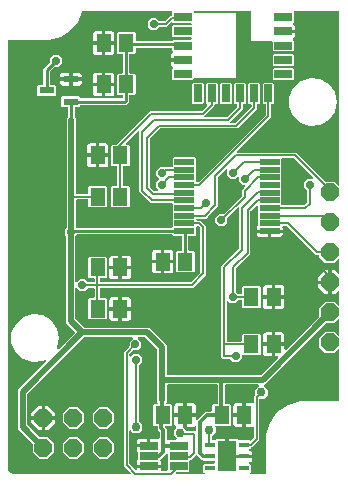
<source format=gbl>
G04 EAGLE Gerber RS-274X export*
G75*
%MOMM*%
%FSLAX34Y34*%
%LPD*%
%INBottom Copper*%
%IPPOS*%
%AMOC8*
5,1,8,0,0,1.08239X$1,22.5*%
G01*
%ADD10R,1.300000X1.500000*%
%ADD11R,0.850000X0.450000*%
%ADD12R,1.600000X2.500000*%
%ADD13R,1.702000X0.475200*%
%ADD14R,1.298200X0.597100*%
%ADD15R,1.542000X0.658700*%
%ADD16P,1.649562X8X112.500000*%
%ADD17P,1.649562X8X22.500000*%
%ADD18R,1.500000X0.700000*%
%ADD19R,0.700000X1.500000*%
%ADD20C,0.706400*%
%ADD21C,0.254000*%
%ADD22C,0.508000*%
%ADD23C,0.304800*%
%ADD24C,0.152400*%
%ADD25C,0.756400*%

G36*
X107760Y4822D02*
X107760Y4822D01*
X107832Y4824D01*
X107881Y4842D01*
X107932Y4850D01*
X107996Y4884D01*
X108063Y4909D01*
X108104Y4941D01*
X108150Y4966D01*
X108199Y5018D01*
X108255Y5062D01*
X108283Y5106D01*
X108319Y5144D01*
X108349Y5209D01*
X108388Y5269D01*
X108401Y5320D01*
X108423Y5367D01*
X108431Y5438D01*
X108448Y5508D01*
X108444Y5560D01*
X108450Y5611D01*
X108435Y5682D01*
X108429Y5753D01*
X108409Y5801D01*
X108398Y5852D01*
X108361Y5913D01*
X108333Y5979D01*
X108288Y6035D01*
X108271Y6063D01*
X108254Y6078D01*
X108228Y6110D01*
X104276Y10062D01*
X102713Y11625D01*
X102713Y108447D01*
X107220Y112954D01*
X107273Y113028D01*
X107333Y113098D01*
X107345Y113128D01*
X107364Y113154D01*
X107391Y113241D01*
X107425Y113326D01*
X107429Y113367D01*
X107436Y113389D01*
X107435Y113421D01*
X107443Y113493D01*
X107443Y117095D01*
X109984Y119636D01*
X110026Y119694D01*
X110076Y119746D01*
X110098Y119793D01*
X110128Y119835D01*
X110149Y119904D01*
X110179Y119969D01*
X110185Y120021D01*
X110200Y120071D01*
X110198Y120142D01*
X110206Y120213D01*
X110195Y120264D01*
X110194Y120316D01*
X110169Y120384D01*
X110154Y120454D01*
X110127Y120499D01*
X110110Y120547D01*
X110065Y120603D01*
X110028Y120665D01*
X109988Y120699D01*
X109956Y120739D01*
X109896Y120778D01*
X109841Y120825D01*
X109793Y120844D01*
X109749Y120872D01*
X109679Y120890D01*
X109613Y120917D01*
X109542Y120925D01*
X109510Y120933D01*
X109487Y120931D01*
X109446Y120935D01*
X68999Y120935D01*
X68909Y120921D01*
X68818Y120913D01*
X68788Y120901D01*
X68756Y120896D01*
X68676Y120853D01*
X68592Y120817D01*
X68560Y120791D01*
X68539Y120780D01*
X68517Y120757D01*
X68461Y120712D01*
X21288Y73539D01*
X21235Y73465D01*
X21175Y73396D01*
X21163Y73366D01*
X21144Y73340D01*
X21117Y73253D01*
X21083Y73168D01*
X21079Y73127D01*
X21072Y73104D01*
X21073Y73072D01*
X21065Y73001D01*
X21065Y46899D01*
X21079Y46809D01*
X21087Y46718D01*
X21099Y46688D01*
X21104Y46656D01*
X21147Y46576D01*
X21183Y46492D01*
X21209Y46460D01*
X21220Y46439D01*
X21243Y46417D01*
X21288Y46361D01*
X30981Y36668D01*
X31055Y36615D01*
X31124Y36555D01*
X31154Y36543D01*
X31180Y36524D01*
X31267Y36497D01*
X31352Y36463D01*
X31393Y36459D01*
X31415Y36452D01*
X31448Y36453D01*
X31519Y36445D01*
X38388Y36445D01*
X43745Y31088D01*
X43745Y23512D01*
X38388Y18155D01*
X30812Y18155D01*
X25455Y23512D01*
X25455Y30381D01*
X25441Y30471D01*
X25433Y30562D01*
X25421Y30592D01*
X25416Y30624D01*
X25373Y30704D01*
X25337Y30788D01*
X25311Y30820D01*
X25300Y30841D01*
X25277Y30863D01*
X25232Y30919D01*
X15539Y40612D01*
X12935Y43216D01*
X12935Y76684D01*
X36699Y100447D01*
X36713Y100467D01*
X36731Y100482D01*
X36784Y100566D01*
X36842Y100647D01*
X36849Y100670D01*
X36862Y100690D01*
X36885Y100787D01*
X36915Y100882D01*
X36914Y100906D01*
X36920Y100929D01*
X36911Y101028D01*
X36908Y101128D01*
X36900Y101150D01*
X36898Y101174D01*
X36858Y101265D01*
X36824Y101359D01*
X36809Y101378D01*
X36799Y101400D01*
X36732Y101473D01*
X36670Y101551D01*
X36650Y101564D01*
X36634Y101582D01*
X36547Y101630D01*
X36463Y101684D01*
X36440Y101690D01*
X36419Y101701D01*
X36321Y101720D01*
X36225Y101744D01*
X36201Y101742D01*
X36177Y101746D01*
X36078Y101733D01*
X35979Y101725D01*
X35957Y101715D01*
X35933Y101712D01*
X35780Y101645D01*
X33830Y100519D01*
X25359Y99628D01*
X17258Y102261D01*
X10928Y107960D01*
X7464Y115741D01*
X7464Y124259D01*
X10928Y132040D01*
X17258Y137739D01*
X25359Y140372D01*
X33830Y139481D01*
X41206Y135222D01*
X46213Y128331D01*
X47984Y120000D01*
X46286Y112014D01*
X46285Y111986D01*
X46277Y111959D01*
X46279Y111864D01*
X46275Y111768D01*
X46282Y111741D01*
X46283Y111713D01*
X46316Y111624D01*
X46342Y111532D01*
X46358Y111509D01*
X46368Y111482D01*
X46427Y111408D01*
X46481Y111329D01*
X46504Y111312D01*
X46521Y111290D01*
X46602Y111239D01*
X46678Y111181D01*
X46704Y111173D01*
X46728Y111157D01*
X46821Y111134D01*
X46911Y111104D01*
X46939Y111104D01*
X46967Y111097D01*
X47062Y111105D01*
X47157Y111105D01*
X47184Y111114D01*
X47212Y111116D01*
X47300Y111154D01*
X47390Y111185D01*
X47412Y111202D01*
X47438Y111213D01*
X47569Y111318D01*
X60963Y124712D01*
X60975Y124728D01*
X60991Y124740D01*
X61047Y124828D01*
X61107Y124911D01*
X61113Y124930D01*
X61124Y124947D01*
X61149Y125048D01*
X61179Y125147D01*
X61179Y125166D01*
X61184Y125186D01*
X61176Y125289D01*
X61173Y125392D01*
X61166Y125411D01*
X61164Y125431D01*
X61124Y125525D01*
X61088Y125623D01*
X61076Y125639D01*
X61068Y125657D01*
X60963Y125788D01*
X53435Y133316D01*
X53435Y206598D01*
X53421Y206688D01*
X53413Y206779D01*
X53401Y206809D01*
X53396Y206841D01*
X53353Y206922D01*
X53317Y207005D01*
X53291Y207038D01*
X53280Y207058D01*
X53257Y207080D01*
X53212Y207136D01*
X52443Y207905D01*
X52443Y212095D01*
X53978Y213630D01*
X54022Y213691D01*
X54056Y213726D01*
X54062Y213739D01*
X54091Y213773D01*
X54103Y213803D01*
X54122Y213829D01*
X54149Y213916D01*
X54183Y214001D01*
X54187Y214042D01*
X54194Y214064D01*
X54193Y214097D01*
X54201Y214168D01*
X54201Y306684D01*
X55248Y307731D01*
X55301Y307805D01*
X55361Y307874D01*
X55373Y307904D01*
X55392Y307930D01*
X55419Y308017D01*
X55453Y308102D01*
X55457Y308143D01*
X55464Y308166D01*
X55463Y308198D01*
X55471Y308269D01*
X55471Y315229D01*
X55468Y315248D01*
X55470Y315268D01*
X55448Y315369D01*
X55432Y315471D01*
X55422Y315489D01*
X55418Y315508D01*
X55365Y315597D01*
X55316Y315689D01*
X55302Y315702D01*
X55292Y315719D01*
X55213Y315787D01*
X55138Y315858D01*
X55120Y315866D01*
X55105Y315879D01*
X55009Y315918D01*
X54915Y315962D01*
X54895Y315964D01*
X54877Y315971D01*
X54710Y315990D01*
X50643Y315990D01*
X49750Y316883D01*
X49750Y324117D01*
X50643Y325010D01*
X64889Y325010D01*
X65782Y324117D01*
X65782Y324056D01*
X65785Y324036D01*
X65783Y324017D01*
X65805Y323915D01*
X65821Y323813D01*
X65831Y323796D01*
X65835Y323776D01*
X65888Y323687D01*
X65937Y323596D01*
X65951Y323582D01*
X65961Y323565D01*
X66040Y323498D01*
X66115Y323426D01*
X66133Y323418D01*
X66148Y323405D01*
X66244Y323366D01*
X66338Y323323D01*
X66358Y323321D01*
X66376Y323313D01*
X66543Y323295D01*
X100944Y323295D01*
X100964Y323298D01*
X100983Y323296D01*
X101085Y323318D01*
X101187Y323334D01*
X101204Y323344D01*
X101224Y323348D01*
X101313Y323401D01*
X101404Y323450D01*
X101418Y323464D01*
X101435Y323474D01*
X101502Y323553D01*
X101574Y323628D01*
X101582Y323646D01*
X101595Y323661D01*
X101634Y323757D01*
X101677Y323851D01*
X101679Y323871D01*
X101687Y323889D01*
X101705Y324056D01*
X101705Y325214D01*
X101702Y325234D01*
X101704Y325253D01*
X101682Y325355D01*
X101666Y325457D01*
X101656Y325474D01*
X101652Y325494D01*
X101599Y325583D01*
X101550Y325674D01*
X101536Y325688D01*
X101526Y325705D01*
X101447Y325772D01*
X101372Y325844D01*
X101354Y325852D01*
X101339Y325865D01*
X101243Y325904D01*
X101149Y325947D01*
X101129Y325949D01*
X101111Y325957D01*
X100944Y325975D01*
X97368Y325975D01*
X96475Y326868D01*
X96475Y343132D01*
X97368Y344025D01*
X100944Y344025D01*
X100964Y344028D01*
X100983Y344026D01*
X101085Y344048D01*
X101187Y344064D01*
X101204Y344074D01*
X101224Y344078D01*
X101313Y344131D01*
X101404Y344180D01*
X101418Y344194D01*
X101435Y344204D01*
X101502Y344283D01*
X101574Y344358D01*
X101582Y344376D01*
X101595Y344391D01*
X101634Y344487D01*
X101677Y344581D01*
X101679Y344601D01*
X101687Y344619D01*
X101705Y344786D01*
X101705Y360214D01*
X101702Y360234D01*
X101704Y360253D01*
X101682Y360355D01*
X101666Y360457D01*
X101656Y360474D01*
X101652Y360494D01*
X101599Y360583D01*
X101550Y360674D01*
X101536Y360688D01*
X101526Y360705D01*
X101447Y360772D01*
X101372Y360844D01*
X101354Y360852D01*
X101339Y360865D01*
X101243Y360904D01*
X101149Y360947D01*
X101129Y360949D01*
X101111Y360957D01*
X100944Y360975D01*
X97368Y360975D01*
X96475Y361868D01*
X96475Y378132D01*
X97368Y379025D01*
X111632Y379025D01*
X112525Y378132D01*
X112525Y372556D01*
X112528Y372536D01*
X112526Y372517D01*
X112548Y372415D01*
X112564Y372313D01*
X112574Y372296D01*
X112578Y372276D01*
X112631Y372187D01*
X112680Y372096D01*
X112694Y372082D01*
X112704Y372065D01*
X112783Y371998D01*
X112858Y371926D01*
X112876Y371918D01*
X112891Y371905D01*
X112987Y371866D01*
X113081Y371823D01*
X113101Y371821D01*
X113119Y371813D01*
X113286Y371795D01*
X143023Y371795D01*
X143113Y371809D01*
X143204Y371817D01*
X143234Y371829D01*
X143266Y371834D01*
X143347Y371877D01*
X143430Y371913D01*
X143463Y371939D01*
X143483Y371950D01*
X143505Y371973D01*
X143561Y372018D01*
X144468Y372925D01*
X159338Y372925D01*
X159358Y372928D01*
X159377Y372926D01*
X159479Y372948D01*
X159581Y372964D01*
X159598Y372974D01*
X159618Y372978D01*
X159707Y373031D01*
X159798Y373080D01*
X159812Y373094D01*
X159829Y373104D01*
X159896Y373183D01*
X159968Y373258D01*
X159976Y373276D01*
X159989Y373291D01*
X160028Y373387D01*
X160071Y373481D01*
X160073Y373501D01*
X160081Y373519D01*
X160099Y373686D01*
X160099Y374114D01*
X160096Y374134D01*
X160098Y374153D01*
X160076Y374255D01*
X160060Y374357D01*
X160050Y374374D01*
X160046Y374394D01*
X159993Y374483D01*
X159944Y374574D01*
X159930Y374588D01*
X159920Y374605D01*
X159841Y374672D01*
X159766Y374744D01*
X159748Y374752D01*
X159733Y374765D01*
X159637Y374804D01*
X159543Y374847D01*
X159523Y374849D01*
X159505Y374857D01*
X159338Y374875D01*
X144468Y374875D01*
X143575Y375768D01*
X143575Y384032D01*
X144468Y384925D01*
X159338Y384925D01*
X159358Y384928D01*
X159377Y384926D01*
X159479Y384948D01*
X159581Y384964D01*
X159598Y384974D01*
X159618Y384978D01*
X159707Y385031D01*
X159798Y385080D01*
X159812Y385094D01*
X159829Y385104D01*
X159896Y385183D01*
X159968Y385258D01*
X159976Y385276D01*
X159989Y385291D01*
X160028Y385387D01*
X160071Y385481D01*
X160073Y385501D01*
X160081Y385519D01*
X160099Y385686D01*
X160099Y386114D01*
X160096Y386134D01*
X160098Y386153D01*
X160076Y386255D01*
X160060Y386357D01*
X160050Y386374D01*
X160046Y386394D01*
X159993Y386483D01*
X159944Y386574D01*
X159930Y386588D01*
X159920Y386605D01*
X159841Y386672D01*
X159766Y386744D01*
X159748Y386752D01*
X159733Y386765D01*
X159637Y386804D01*
X159543Y386847D01*
X159523Y386849D01*
X159505Y386857D01*
X159338Y386875D01*
X144468Y386875D01*
X143827Y387517D01*
X143811Y387528D01*
X143798Y387544D01*
X143724Y387591D01*
X143704Y387609D01*
X143692Y387614D01*
X143627Y387660D01*
X143608Y387666D01*
X143592Y387677D01*
X143491Y387702D01*
X143392Y387733D01*
X143372Y387732D01*
X143353Y387737D01*
X143250Y387729D01*
X143146Y387726D01*
X143128Y387719D01*
X143108Y387718D01*
X143013Y387677D01*
X142915Y387642D01*
X142900Y387629D01*
X142882Y387621D01*
X142814Y387568D01*
X142809Y387565D01*
X142802Y387558D01*
X142751Y387517D01*
X138947Y383713D01*
X133180Y383713D01*
X133090Y383699D01*
X132999Y383691D01*
X132969Y383679D01*
X132937Y383674D01*
X132856Y383631D01*
X132773Y383595D01*
X132740Y383569D01*
X132720Y383558D01*
X132698Y383535D01*
X132642Y383490D01*
X130095Y380943D01*
X125905Y380943D01*
X122943Y383905D01*
X122943Y388095D01*
X125905Y391057D01*
X130095Y391057D01*
X132642Y388510D01*
X132716Y388457D01*
X132785Y388397D01*
X132815Y388385D01*
X132841Y388366D01*
X132928Y388339D01*
X133013Y388305D01*
X133054Y388301D01*
X133076Y388294D01*
X133109Y388295D01*
X133180Y388287D01*
X136737Y388287D01*
X136828Y388301D01*
X136918Y388309D01*
X136948Y388321D01*
X136980Y388326D01*
X137061Y388369D01*
X137145Y388405D01*
X137177Y388431D01*
X137198Y388442D01*
X137220Y388465D01*
X137276Y388510D01*
X142053Y393287D01*
X142814Y393287D01*
X142834Y393290D01*
X142853Y393288D01*
X142955Y393310D01*
X143057Y393326D01*
X143074Y393336D01*
X143094Y393340D01*
X143183Y393393D01*
X143274Y393442D01*
X143288Y393456D01*
X143305Y393466D01*
X143372Y393545D01*
X143444Y393620D01*
X143452Y393638D01*
X143465Y393653D01*
X143504Y393749D01*
X143547Y393843D01*
X143549Y393863D01*
X143557Y393881D01*
X143575Y394048D01*
X143575Y396087D01*
X143577Y396089D01*
X143598Y396158D01*
X143628Y396223D01*
X143634Y396275D01*
X143649Y396324D01*
X143647Y396396D01*
X143655Y396467D01*
X143644Y396518D01*
X143643Y396570D01*
X143618Y396638D01*
X143603Y396708D01*
X143576Y396752D01*
X143559Y396801D01*
X143514Y396857D01*
X143477Y396919D01*
X143437Y396953D01*
X143405Y396993D01*
X143345Y397032D01*
X143290Y397079D01*
X143242Y397098D01*
X143198Y397126D01*
X143129Y397144D01*
X143062Y397171D01*
X142991Y397179D01*
X142960Y397187D01*
X142936Y397185D01*
X142895Y397189D01*
X67676Y397189D01*
X67674Y397189D01*
X67673Y397189D01*
X67552Y397169D01*
X67433Y397150D01*
X67432Y397149D01*
X67430Y397148D01*
X67322Y397091D01*
X67216Y397034D01*
X67215Y397033D01*
X67213Y397032D01*
X67129Y396943D01*
X67047Y396856D01*
X67046Y396854D01*
X67045Y396853D01*
X66967Y396705D01*
X63471Y387738D01*
X57280Y380175D01*
X49055Y374896D01*
X39602Y372416D01*
X34883Y372688D01*
X34867Y372686D01*
X34839Y372689D01*
X5572Y372689D01*
X5552Y372686D01*
X5533Y372688D01*
X5431Y372666D01*
X5329Y372650D01*
X5312Y372640D01*
X5292Y372636D01*
X5203Y372583D01*
X5112Y372534D01*
X5098Y372520D01*
X5081Y372510D01*
X5014Y372431D01*
X4942Y372356D01*
X4934Y372338D01*
X4921Y372323D01*
X4882Y372227D01*
X4839Y372133D01*
X4837Y372113D01*
X4829Y372095D01*
X4811Y371928D01*
X4811Y10000D01*
X4815Y9974D01*
X4814Y9925D01*
X4899Y9062D01*
X4907Y9034D01*
X4907Y9006D01*
X4954Y8845D01*
X5615Y7249D01*
X5650Y7193D01*
X5675Y7133D01*
X5727Y7068D01*
X5745Y7040D01*
X5760Y7027D01*
X5780Y7002D01*
X7002Y5780D01*
X7055Y5742D01*
X7102Y5696D01*
X7175Y5656D01*
X7201Y5636D01*
X7220Y5631D01*
X7249Y5615D01*
X8845Y4954D01*
X8872Y4947D01*
X8897Y4934D01*
X9061Y4899D01*
X9925Y4814D01*
X9952Y4816D01*
X10000Y4811D01*
X107690Y4811D01*
X107760Y4822D01*
G37*
G36*
X143195Y213548D02*
X143195Y213548D01*
X143214Y213546D01*
X143316Y213568D01*
X143418Y213584D01*
X143435Y213594D01*
X143455Y213598D01*
X143544Y213651D01*
X143635Y213700D01*
X143649Y213714D01*
X143666Y213724D01*
X143733Y213803D01*
X143805Y213878D01*
X143813Y213896D01*
X143826Y213911D01*
X143865Y214007D01*
X143908Y214101D01*
X143910Y214121D01*
X143918Y214139D01*
X143936Y214306D01*
X143936Y233702D01*
X143933Y233722D01*
X143935Y233741D01*
X143913Y233843D01*
X143897Y233945D01*
X143887Y233962D01*
X143883Y233982D01*
X143830Y234071D01*
X143781Y234162D01*
X143767Y234176D01*
X143757Y234193D01*
X143678Y234260D01*
X143603Y234332D01*
X143585Y234340D01*
X143570Y234353D01*
X143474Y234392D01*
X143380Y234435D01*
X143360Y234437D01*
X143342Y234445D01*
X143175Y234463D01*
X125405Y234463D01*
X115888Y243980D01*
X115888Y294817D01*
X115877Y294887D01*
X115875Y294959D01*
X115857Y295008D01*
X115849Y295059D01*
X115815Y295123D01*
X115790Y295190D01*
X115758Y295231D01*
X115733Y295277D01*
X115682Y295326D01*
X115637Y295382D01*
X115593Y295410D01*
X115555Y295446D01*
X115490Y295476D01*
X115430Y295515D01*
X115379Y295528D01*
X115332Y295550D01*
X115261Y295558D01*
X115191Y295575D01*
X115139Y295571D01*
X115088Y295577D01*
X115017Y295562D01*
X114946Y295556D01*
X114898Y295536D01*
X114847Y295525D01*
X114786Y295488D01*
X114720Y295460D01*
X114664Y295415D01*
X114636Y295398D01*
X114621Y295381D01*
X114589Y295355D01*
X104558Y285324D01*
X104516Y285266D01*
X104467Y285214D01*
X104445Y285167D01*
X104415Y285125D01*
X104394Y285056D01*
X104363Y284991D01*
X104358Y284939D01*
X104342Y284889D01*
X104344Y284818D01*
X104336Y284747D01*
X104347Y284696D01*
X104349Y284644D01*
X104373Y284576D01*
X104388Y284506D01*
X104415Y284462D01*
X104433Y284413D01*
X104478Y284357D01*
X104515Y284295D01*
X104554Y284261D01*
X104587Y284221D01*
X104647Y284182D01*
X104702Y284135D01*
X104750Y284116D01*
X104794Y284088D01*
X104863Y284070D01*
X104930Y284043D01*
X105001Y284035D01*
X105032Y284027D01*
X105056Y284029D01*
X105096Y284025D01*
X106632Y284025D01*
X107525Y283132D01*
X107525Y266868D01*
X106632Y265975D01*
X102548Y265975D01*
X102528Y265972D01*
X102509Y265974D01*
X102407Y265952D01*
X102305Y265936D01*
X102288Y265926D01*
X102268Y265922D01*
X102179Y265869D01*
X102088Y265820D01*
X102074Y265806D01*
X102057Y265796D01*
X101990Y265717D01*
X101918Y265642D01*
X101910Y265624D01*
X101897Y265609D01*
X101858Y265513D01*
X101815Y265419D01*
X101813Y265399D01*
X101805Y265381D01*
X101787Y265214D01*
X101787Y249786D01*
X101790Y249766D01*
X101788Y249747D01*
X101810Y249645D01*
X101826Y249543D01*
X101836Y249526D01*
X101840Y249506D01*
X101893Y249417D01*
X101942Y249326D01*
X101956Y249312D01*
X101966Y249295D01*
X102045Y249228D01*
X102120Y249156D01*
X102138Y249148D01*
X102153Y249135D01*
X102249Y249096D01*
X102343Y249053D01*
X102363Y249051D01*
X102381Y249043D01*
X102548Y249025D01*
X106632Y249025D01*
X107525Y248132D01*
X107525Y231868D01*
X106632Y230975D01*
X92368Y230975D01*
X91475Y231868D01*
X91475Y248132D01*
X92368Y249025D01*
X96452Y249025D01*
X96472Y249028D01*
X96491Y249026D01*
X96593Y249048D01*
X96695Y249064D01*
X96712Y249074D01*
X96732Y249078D01*
X96821Y249131D01*
X96912Y249180D01*
X96926Y249194D01*
X96943Y249204D01*
X97010Y249283D01*
X97082Y249358D01*
X97090Y249376D01*
X97103Y249391D01*
X97142Y249487D01*
X97185Y249581D01*
X97187Y249601D01*
X97195Y249619D01*
X97213Y249786D01*
X97213Y265214D01*
X97210Y265234D01*
X97212Y265253D01*
X97190Y265355D01*
X97174Y265457D01*
X97164Y265474D01*
X97160Y265494D01*
X97107Y265583D01*
X97058Y265674D01*
X97044Y265688D01*
X97034Y265705D01*
X96955Y265772D01*
X96880Y265844D01*
X96862Y265852D01*
X96847Y265865D01*
X96751Y265904D01*
X96657Y265947D01*
X96637Y265949D01*
X96619Y265957D01*
X96452Y265975D01*
X92368Y265975D01*
X91475Y266868D01*
X91475Y283132D01*
X92368Y284025D01*
X96411Y284025D01*
X96429Y284028D01*
X96448Y284026D01*
X96550Y284048D01*
X96654Y284064D01*
X96670Y284073D01*
X96688Y284077D01*
X96779Y284131D01*
X96871Y284180D01*
X96884Y284193D01*
X96900Y284202D01*
X97016Y284324D01*
X97265Y284650D01*
X97331Y284678D01*
X97410Y284702D01*
X97444Y284726D01*
X97482Y284742D01*
X97606Y284841D01*
X97611Y284845D01*
X97611Y284846D01*
X97613Y284847D01*
X125053Y312287D01*
X168237Y312287D01*
X168328Y312301D01*
X168418Y312309D01*
X168448Y312321D01*
X168480Y312326D01*
X168561Y312369D01*
X168645Y312405D01*
X168677Y312431D01*
X168698Y312442D01*
X168720Y312465D01*
X168776Y312510D01*
X173342Y317076D01*
X173384Y317134D01*
X173433Y317186D01*
X173455Y317233D01*
X173485Y317275D01*
X173506Y317344D01*
X173537Y317409D01*
X173542Y317461D01*
X173558Y317511D01*
X173556Y317582D01*
X173564Y317653D01*
X173553Y317704D01*
X173551Y317756D01*
X173527Y317824D01*
X173512Y317894D01*
X173485Y317939D01*
X173467Y317987D01*
X173422Y318043D01*
X173385Y318105D01*
X173346Y318139D01*
X173313Y318179D01*
X173253Y318218D01*
X173198Y318265D01*
X173150Y318284D01*
X173106Y318312D01*
X173037Y318330D01*
X172998Y318346D01*
X172075Y319268D01*
X172075Y335532D01*
X172968Y336425D01*
X181232Y336425D01*
X182125Y335532D01*
X182125Y319268D01*
X181232Y318375D01*
X180148Y318375D01*
X180128Y318372D01*
X180109Y318374D01*
X180007Y318352D01*
X179905Y318336D01*
X179888Y318326D01*
X179868Y318322D01*
X179779Y318269D01*
X179688Y318220D01*
X179674Y318206D01*
X179657Y318196D01*
X179590Y318117D01*
X179518Y318042D01*
X179510Y318024D01*
X179497Y318009D01*
X179458Y317913D01*
X179415Y317819D01*
X179413Y317799D01*
X179405Y317781D01*
X179387Y317614D01*
X179387Y316653D01*
X171109Y308375D01*
X171067Y308316D01*
X171017Y308264D01*
X170995Y308217D01*
X170965Y308175D01*
X170944Y308106D01*
X170914Y308041D01*
X170908Y307990D01*
X170893Y307940D01*
X170894Y307868D01*
X170887Y307797D01*
X170898Y307746D01*
X170899Y307694D01*
X170924Y307627D01*
X170939Y307557D01*
X170966Y307512D01*
X170983Y307463D01*
X171028Y307407D01*
X171065Y307345D01*
X171105Y307312D01*
X171137Y307271D01*
X171197Y307232D01*
X171252Y307185D01*
X171300Y307166D01*
X171344Y307138D01*
X171414Y307120D01*
X171480Y307094D01*
X171551Y307086D01*
X171583Y307078D01*
X171606Y307080D01*
X171647Y307075D01*
X189459Y307075D01*
X189549Y307090D01*
X189640Y307097D01*
X189670Y307110D01*
X189702Y307115D01*
X189782Y307158D01*
X189866Y307193D01*
X189898Y307219D01*
X189919Y307230D01*
X189941Y307253D01*
X189997Y307298D01*
X198590Y315891D01*
X198643Y315965D01*
X198703Y316035D01*
X198715Y316065D01*
X198734Y316091D01*
X198761Y316178D01*
X198795Y316263D01*
X198799Y316304D01*
X198806Y316326D01*
X198805Y316358D01*
X198813Y316429D01*
X198813Y317614D01*
X198810Y317634D01*
X198812Y317653D01*
X198790Y317755D01*
X198774Y317857D01*
X198764Y317874D01*
X198760Y317894D01*
X198707Y317983D01*
X198658Y318074D01*
X198644Y318088D01*
X198634Y318105D01*
X198555Y318172D01*
X198480Y318244D01*
X198462Y318252D01*
X198447Y318265D01*
X198351Y318304D01*
X198257Y318347D01*
X198237Y318349D01*
X198219Y318357D01*
X198052Y318375D01*
X196968Y318375D01*
X196075Y319268D01*
X196075Y335532D01*
X196968Y336425D01*
X205232Y336425D01*
X206125Y335532D01*
X206125Y319268D01*
X205232Y318375D01*
X204148Y318375D01*
X204128Y318372D01*
X204109Y318374D01*
X204007Y318352D01*
X203905Y318336D01*
X203888Y318326D01*
X203868Y318322D01*
X203779Y318269D01*
X203688Y318220D01*
X203674Y318206D01*
X203657Y318196D01*
X203590Y318117D01*
X203518Y318042D01*
X203510Y318024D01*
X203497Y318009D01*
X203458Y317913D01*
X203415Y317819D01*
X203413Y317799D01*
X203405Y317781D01*
X203387Y317614D01*
X203387Y314220D01*
X201824Y312657D01*
X192753Y303586D01*
X192711Y303528D01*
X192662Y303476D01*
X192640Y303429D01*
X192610Y303387D01*
X192589Y303318D01*
X192558Y303253D01*
X192553Y303201D01*
X192537Y303151D01*
X192539Y303080D01*
X192531Y303009D01*
X192542Y302958D01*
X192544Y302906D01*
X192568Y302838D01*
X192584Y302768D01*
X192610Y302723D01*
X192628Y302675D01*
X192673Y302619D01*
X192710Y302557D01*
X192749Y302523D01*
X192782Y302483D01*
X192842Y302444D01*
X192897Y302397D01*
X192945Y302378D01*
X192989Y302350D01*
X193058Y302332D01*
X193125Y302305D01*
X193196Y302297D01*
X193227Y302289D01*
X193251Y302291D01*
X193292Y302287D01*
X196737Y302287D01*
X196828Y302301D01*
X196918Y302309D01*
X196948Y302321D01*
X196980Y302326D01*
X197061Y302369D01*
X197145Y302405D01*
X197177Y302431D01*
X197198Y302442D01*
X197220Y302465D01*
X197276Y302510D01*
X210590Y315824D01*
X210643Y315898D01*
X210703Y315968D01*
X210715Y315998D01*
X210734Y316024D01*
X210761Y316111D01*
X210795Y316196D01*
X210799Y316237D01*
X210806Y316259D01*
X210805Y316291D01*
X210813Y316363D01*
X210813Y317614D01*
X210810Y317634D01*
X210812Y317653D01*
X210790Y317755D01*
X210774Y317857D01*
X210764Y317874D01*
X210760Y317894D01*
X210707Y317983D01*
X210658Y318074D01*
X210644Y318088D01*
X210634Y318105D01*
X210555Y318172D01*
X210480Y318244D01*
X210462Y318252D01*
X210447Y318265D01*
X210351Y318304D01*
X210257Y318347D01*
X210237Y318349D01*
X210219Y318357D01*
X210052Y318375D01*
X208968Y318375D01*
X208075Y319268D01*
X208075Y335532D01*
X208968Y336425D01*
X217232Y336425D01*
X218125Y335532D01*
X218125Y319268D01*
X217232Y318375D01*
X216148Y318375D01*
X216128Y318372D01*
X216109Y318374D01*
X216007Y318352D01*
X215905Y318336D01*
X215888Y318326D01*
X215868Y318322D01*
X215779Y318269D01*
X215688Y318220D01*
X215674Y318206D01*
X215657Y318196D01*
X215590Y318117D01*
X215518Y318042D01*
X215510Y318024D01*
X215497Y318009D01*
X215458Y317913D01*
X215415Y317819D01*
X215413Y317799D01*
X215405Y317781D01*
X215387Y317614D01*
X215387Y314153D01*
X198947Y297713D01*
X133763Y297713D01*
X133672Y297699D01*
X133582Y297691D01*
X133552Y297679D01*
X133520Y297674D01*
X133439Y297631D01*
X133355Y297595D01*
X133323Y297569D01*
X133302Y297558D01*
X133280Y297535D01*
X133224Y297490D01*
X125010Y289276D01*
X124965Y289213D01*
X124938Y289185D01*
X124933Y289174D01*
X124897Y289132D01*
X124885Y289102D01*
X124866Y289076D01*
X124839Y288989D01*
X124805Y288904D01*
X124801Y288863D01*
X124794Y288841D01*
X124795Y288809D01*
X124787Y288737D01*
X124787Y248763D01*
X124801Y248672D01*
X124809Y248582D01*
X124821Y248552D01*
X124826Y248520D01*
X124869Y248439D01*
X124905Y248355D01*
X124931Y248323D01*
X124942Y248302D01*
X124965Y248280D01*
X125010Y248224D01*
X128224Y245010D01*
X128298Y244957D01*
X128368Y244897D01*
X128398Y244885D01*
X128424Y244866D01*
X128511Y244839D01*
X128596Y244805D01*
X128637Y244801D01*
X128659Y244794D01*
X128691Y244795D01*
X128763Y244787D01*
X131224Y244787D01*
X131295Y244798D01*
X131367Y244800D01*
X131416Y244818D01*
X131467Y244826D01*
X131530Y244860D01*
X131598Y244885D01*
X131638Y244917D01*
X131684Y244942D01*
X131734Y244994D01*
X131790Y245038D01*
X131818Y245082D01*
X131854Y245120D01*
X131884Y245185D01*
X131923Y245245D01*
X131935Y245296D01*
X131957Y245343D01*
X131965Y245414D01*
X131983Y245484D01*
X131979Y245536D01*
X131984Y245587D01*
X131969Y245658D01*
X131964Y245729D01*
X131943Y245777D01*
X131932Y245828D01*
X131895Y245889D01*
X131867Y245955D01*
X131822Y246011D01*
X131806Y246039D01*
X131788Y246054D01*
X131762Y246086D01*
X129943Y247905D01*
X129943Y252095D01*
X132310Y254462D01*
X132322Y254478D01*
X132338Y254490D01*
X132394Y254578D01*
X132454Y254661D01*
X132460Y254680D01*
X132471Y254697D01*
X132496Y254798D01*
X132526Y254897D01*
X132526Y254916D01*
X132531Y254936D01*
X132523Y255039D01*
X132520Y255142D01*
X132513Y255161D01*
X132512Y255181D01*
X132471Y255276D01*
X132436Y255373D01*
X132423Y255389D01*
X132415Y255407D01*
X132310Y255538D01*
X129943Y257905D01*
X129943Y262095D01*
X132905Y265057D01*
X137259Y265057D01*
X137263Y265055D01*
X137304Y265051D01*
X137326Y265044D01*
X137359Y265045D01*
X137430Y265037D01*
X143175Y265037D01*
X143195Y265040D01*
X143214Y265038D01*
X143316Y265060D01*
X143418Y265076D01*
X143435Y265086D01*
X143455Y265090D01*
X143544Y265143D01*
X143635Y265192D01*
X143649Y265206D01*
X143666Y265216D01*
X143733Y265295D01*
X143805Y265370D01*
X143813Y265388D01*
X143826Y265403D01*
X143865Y265499D01*
X143908Y265593D01*
X143910Y265613D01*
X143918Y265631D01*
X143936Y265798D01*
X143936Y272258D01*
X144829Y273151D01*
X163113Y273151D01*
X164006Y272258D01*
X164006Y252798D01*
X164009Y252778D01*
X164007Y252759D01*
X164029Y252657D01*
X164045Y252555D01*
X164055Y252538D01*
X164059Y252518D01*
X164112Y252429D01*
X164161Y252338D01*
X164175Y252324D01*
X164185Y252307D01*
X164264Y252240D01*
X164339Y252168D01*
X164357Y252160D01*
X164372Y252147D01*
X164468Y252108D01*
X164562Y252065D01*
X164582Y252063D01*
X164600Y252055D01*
X164767Y252037D01*
X165328Y252037D01*
X165418Y252051D01*
X165509Y252059D01*
X165538Y252071D01*
X165570Y252076D01*
X165651Y252119D01*
X165735Y252155D01*
X165767Y252181D01*
X165788Y252192D01*
X165810Y252215D01*
X165866Y252260D01*
X222590Y308984D01*
X222643Y309058D01*
X222703Y309128D01*
X222715Y309158D01*
X222734Y309184D01*
X222761Y309271D01*
X222795Y309356D01*
X222799Y309397D01*
X222806Y309419D01*
X222805Y309451D01*
X222813Y309522D01*
X222813Y317614D01*
X222810Y317634D01*
X222812Y317653D01*
X222790Y317755D01*
X222774Y317857D01*
X222764Y317874D01*
X222760Y317894D01*
X222707Y317983D01*
X222658Y318074D01*
X222644Y318088D01*
X222634Y318105D01*
X222555Y318172D01*
X222480Y318244D01*
X222462Y318252D01*
X222447Y318265D01*
X222351Y318304D01*
X222257Y318347D01*
X222237Y318349D01*
X222219Y318357D01*
X222052Y318375D01*
X220968Y318375D01*
X220075Y319268D01*
X220075Y335532D01*
X220968Y336425D01*
X229232Y336425D01*
X230125Y335532D01*
X230125Y319268D01*
X229232Y318375D01*
X228148Y318375D01*
X228128Y318372D01*
X228109Y318374D01*
X228007Y318352D01*
X227905Y318336D01*
X227888Y318326D01*
X227868Y318322D01*
X227779Y318269D01*
X227688Y318220D01*
X227674Y318206D01*
X227657Y318196D01*
X227590Y318117D01*
X227518Y318042D01*
X227510Y318024D01*
X227497Y318009D01*
X227458Y317913D01*
X227415Y317819D01*
X227413Y317799D01*
X227405Y317781D01*
X227387Y317614D01*
X227387Y307313D01*
X225824Y305750D01*
X198660Y278586D01*
X198618Y278528D01*
X198569Y278476D01*
X198547Y278429D01*
X198517Y278387D01*
X198496Y278318D01*
X198465Y278253D01*
X198460Y278201D01*
X198444Y278151D01*
X198446Y278080D01*
X198438Y278009D01*
X198449Y277958D01*
X198451Y277906D01*
X198475Y277838D01*
X198491Y277768D01*
X198517Y277723D01*
X198535Y277675D01*
X198580Y277619D01*
X198617Y277557D01*
X198656Y277523D01*
X198689Y277483D01*
X198749Y277444D01*
X198804Y277397D01*
X198852Y277378D01*
X198896Y277350D01*
X198965Y277332D01*
X199032Y277305D01*
X199103Y277297D01*
X199134Y277289D01*
X199158Y277291D01*
X199199Y277287D01*
X248447Y277287D01*
X272866Y252868D01*
X272940Y252815D01*
X273010Y252755D01*
X273040Y252743D01*
X273066Y252724D01*
X273153Y252697D01*
X273238Y252663D01*
X273279Y252659D01*
X273301Y252652D01*
X273333Y252653D01*
X273405Y252645D01*
X280788Y252645D01*
X283890Y249543D01*
X283948Y249501D01*
X284000Y249452D01*
X284047Y249430D01*
X284089Y249399D01*
X284158Y249378D01*
X284223Y249348D01*
X284275Y249342D01*
X284325Y249327D01*
X284396Y249329D01*
X284467Y249321D01*
X284518Y249332D01*
X284570Y249333D01*
X284638Y249358D01*
X284708Y249373D01*
X284753Y249400D01*
X284801Y249418D01*
X284857Y249463D01*
X284919Y249499D01*
X284953Y249539D01*
X284993Y249571D01*
X285032Y249632D01*
X285079Y249686D01*
X285098Y249735D01*
X285126Y249778D01*
X285144Y249848D01*
X285171Y249914D01*
X285179Y249986D01*
X285187Y250017D01*
X285185Y250040D01*
X285189Y250081D01*
X285189Y396428D01*
X285186Y396448D01*
X285188Y396467D01*
X285166Y396569D01*
X285150Y396671D01*
X285140Y396688D01*
X285136Y396708D01*
X285083Y396797D01*
X285034Y396888D01*
X285020Y396902D01*
X285010Y396919D01*
X284931Y396986D01*
X284856Y397058D01*
X284838Y397066D01*
X284823Y397079D01*
X284727Y397118D01*
X284633Y397161D01*
X284613Y397163D01*
X284595Y397171D01*
X284428Y397189D01*
X247305Y397189D01*
X247234Y397178D01*
X247162Y397176D01*
X247113Y397158D01*
X247062Y397150D01*
X246999Y397116D01*
X246931Y397091D01*
X246891Y397059D01*
X246845Y397034D01*
X246795Y396982D01*
X246739Y396938D01*
X246711Y396894D01*
X246675Y396856D01*
X246645Y396791D01*
X246606Y396731D01*
X246594Y396680D01*
X246572Y396633D01*
X246564Y396562D01*
X246546Y396492D01*
X246550Y396440D01*
X246545Y396389D01*
X246560Y396318D01*
X246565Y396247D01*
X246586Y396199D01*
X246597Y396148D01*
X246625Y396102D01*
X246625Y387768D01*
X245859Y387002D01*
X245790Y386906D01*
X245719Y386810D01*
X245717Y386806D01*
X245715Y386803D01*
X245680Y386690D01*
X245644Y386576D01*
X245644Y386571D01*
X245643Y386567D01*
X245646Y386449D01*
X245648Y386330D01*
X245649Y386326D01*
X245649Y386322D01*
X245690Y386209D01*
X245730Y386098D01*
X245732Y386095D01*
X245734Y386091D01*
X245808Y385997D01*
X245881Y385904D01*
X245885Y385901D01*
X245887Y385899D01*
X245899Y385891D01*
X246016Y385805D01*
X246660Y385433D01*
X247133Y384960D01*
X247468Y384381D01*
X247641Y383734D01*
X247641Y381423D01*
X238362Y381423D01*
X238342Y381420D01*
X238323Y381422D01*
X238221Y381400D01*
X238119Y381383D01*
X238102Y381374D01*
X238082Y381370D01*
X237993Y381317D01*
X237902Y381268D01*
X237888Y381254D01*
X237871Y381244D01*
X237804Y381165D01*
X237733Y381090D01*
X237724Y381072D01*
X237711Y381057D01*
X237672Y380961D01*
X237629Y380867D01*
X237627Y380847D01*
X237619Y380829D01*
X237601Y380662D01*
X237601Y379138D01*
X237604Y379118D01*
X237602Y379099D01*
X237624Y378997D01*
X237641Y378895D01*
X237650Y378878D01*
X237654Y378858D01*
X237707Y378769D01*
X237756Y378678D01*
X237770Y378664D01*
X237780Y378647D01*
X237859Y378580D01*
X237934Y378509D01*
X237952Y378500D01*
X237967Y378487D01*
X238063Y378448D01*
X238157Y378405D01*
X238177Y378403D01*
X238195Y378395D01*
X238362Y378377D01*
X247641Y378377D01*
X247641Y376065D01*
X247468Y375419D01*
X247133Y374840D01*
X246660Y374367D01*
X246016Y373995D01*
X245924Y373920D01*
X245831Y373846D01*
X245829Y373842D01*
X245826Y373839D01*
X245763Y373739D01*
X245698Y373639D01*
X245697Y373635D01*
X245695Y373631D01*
X245668Y373516D01*
X245638Y373400D01*
X245639Y373396D01*
X245638Y373392D01*
X245648Y373273D01*
X245657Y373155D01*
X245659Y373151D01*
X245659Y373147D01*
X245708Y373037D01*
X245754Y372929D01*
X245757Y372925D01*
X245758Y372922D01*
X245768Y372911D01*
X245859Y372798D01*
X246625Y372032D01*
X246625Y363768D01*
X245732Y362875D01*
X229468Y362875D01*
X228575Y363768D01*
X228575Y370638D01*
X228572Y370658D01*
X228574Y370677D01*
X228552Y370779D01*
X228536Y370881D01*
X228526Y370898D01*
X228522Y370918D01*
X228469Y371007D01*
X228420Y371098D01*
X228406Y371112D01*
X228396Y371129D01*
X228317Y371196D01*
X228242Y371268D01*
X228224Y371276D01*
X228209Y371289D01*
X228113Y371328D01*
X228019Y371371D01*
X227999Y371373D01*
X227981Y371381D01*
X227814Y371399D01*
X210600Y371399D01*
X210599Y371400D01*
X210599Y396428D01*
X210596Y396448D01*
X210598Y396467D01*
X210576Y396569D01*
X210560Y396671D01*
X210550Y396688D01*
X210546Y396708D01*
X210493Y396797D01*
X210444Y396888D01*
X210430Y396902D01*
X210420Y396919D01*
X210341Y396986D01*
X210266Y397058D01*
X210248Y397066D01*
X210233Y397079D01*
X210137Y397118D01*
X210043Y397161D01*
X210023Y397163D01*
X210005Y397171D01*
X209838Y397189D01*
X162305Y397189D01*
X162234Y397178D01*
X162162Y397176D01*
X162113Y397158D01*
X162062Y397150D01*
X161999Y397116D01*
X161931Y397091D01*
X161891Y397059D01*
X161845Y397034D01*
X161795Y396982D01*
X161739Y396938D01*
X161711Y396894D01*
X161675Y396856D01*
X161645Y396791D01*
X161606Y396731D01*
X161594Y396680D01*
X161572Y396633D01*
X161564Y396562D01*
X161546Y396492D01*
X161550Y396440D01*
X161545Y396389D01*
X161560Y396318D01*
X161565Y396247D01*
X161586Y396199D01*
X161597Y396148D01*
X161634Y396087D01*
X161648Y396021D01*
X161664Y395919D01*
X161674Y395902D01*
X161678Y395882D01*
X161731Y395793D01*
X161780Y395702D01*
X161794Y395688D01*
X161804Y395671D01*
X161883Y395604D01*
X161958Y395532D01*
X161976Y395524D01*
X161991Y395511D01*
X162087Y395472D01*
X162181Y395429D01*
X162201Y395427D01*
X162219Y395419D01*
X162386Y395401D01*
X197600Y395401D01*
X197601Y395400D01*
X197601Y340400D01*
X197600Y340399D01*
X162386Y340399D01*
X162366Y340396D01*
X162347Y340398D01*
X162245Y340376D01*
X162143Y340360D01*
X162126Y340350D01*
X162106Y340346D01*
X162017Y340293D01*
X161926Y340244D01*
X161912Y340230D01*
X161895Y340220D01*
X161828Y340141D01*
X161756Y340066D01*
X161748Y340048D01*
X161735Y340033D01*
X161696Y339937D01*
X161653Y339843D01*
X161651Y339823D01*
X161643Y339805D01*
X161641Y339785D01*
X160732Y338875D01*
X144468Y338875D01*
X143575Y339768D01*
X143575Y348032D01*
X144341Y348798D01*
X144410Y348893D01*
X144481Y348990D01*
X144483Y348994D01*
X144485Y348997D01*
X144520Y349110D01*
X144556Y349224D01*
X144556Y349229D01*
X144557Y349233D01*
X144554Y349351D01*
X144552Y349470D01*
X144551Y349474D01*
X144551Y349478D01*
X144510Y349590D01*
X144471Y349702D01*
X144468Y349706D01*
X144467Y349709D01*
X144393Y349802D01*
X144319Y349896D01*
X144315Y349899D01*
X144313Y349901D01*
X144301Y349909D01*
X144184Y349995D01*
X143540Y350367D01*
X143067Y350840D01*
X142732Y351419D01*
X142559Y352066D01*
X142559Y354377D01*
X151838Y354377D01*
X151858Y354380D01*
X151877Y354378D01*
X151979Y354400D01*
X152081Y354417D01*
X152098Y354426D01*
X152118Y354430D01*
X152207Y354483D01*
X152298Y354532D01*
X152312Y354546D01*
X152329Y354556D01*
X152396Y354635D01*
X152467Y354710D01*
X152476Y354728D01*
X152489Y354743D01*
X152528Y354839D01*
X152571Y354933D01*
X152573Y354953D01*
X152581Y354971D01*
X152599Y355138D01*
X152599Y356662D01*
X152596Y356682D01*
X152598Y356701D01*
X152576Y356803D01*
X152559Y356905D01*
X152550Y356922D01*
X152546Y356942D01*
X152493Y357031D01*
X152444Y357122D01*
X152430Y357136D01*
X152420Y357153D01*
X152341Y357220D01*
X152266Y357291D01*
X152248Y357300D01*
X152233Y357313D01*
X152137Y357352D01*
X152043Y357395D01*
X152023Y357397D01*
X152005Y357405D01*
X151838Y357423D01*
X142559Y357423D01*
X142559Y359734D01*
X142732Y360381D01*
X143067Y360960D01*
X143540Y361433D01*
X144184Y361805D01*
X144276Y361880D01*
X144369Y361954D01*
X144371Y361958D01*
X144374Y361961D01*
X144436Y362059D01*
X144502Y362161D01*
X144503Y362165D01*
X144505Y362169D01*
X144533Y362284D01*
X144562Y362400D01*
X144561Y362404D01*
X144562Y362408D01*
X144552Y362527D01*
X144543Y362645D01*
X144541Y362649D01*
X144541Y362653D01*
X144493Y362762D01*
X144446Y362871D01*
X144443Y362875D01*
X144442Y362878D01*
X144433Y362888D01*
X144341Y363002D01*
X143575Y363768D01*
X143575Y365444D01*
X143572Y365464D01*
X143574Y365483D01*
X143552Y365585D01*
X143536Y365687D01*
X143526Y365704D01*
X143522Y365724D01*
X143469Y365813D01*
X143420Y365904D01*
X143406Y365918D01*
X143396Y365935D01*
X143317Y366002D01*
X143242Y366074D01*
X143224Y366082D01*
X143209Y366095D01*
X143113Y366134D01*
X143019Y366177D01*
X142999Y366179D01*
X142981Y366187D01*
X142814Y366205D01*
X113286Y366205D01*
X113266Y366202D01*
X113247Y366204D01*
X113145Y366182D01*
X113043Y366166D01*
X113026Y366156D01*
X113006Y366152D01*
X112917Y366099D01*
X112826Y366050D01*
X112812Y366036D01*
X112795Y366026D01*
X112728Y365947D01*
X112656Y365872D01*
X112648Y365854D01*
X112635Y365839D01*
X112596Y365743D01*
X112553Y365649D01*
X112551Y365629D01*
X112543Y365611D01*
X112525Y365444D01*
X112525Y361868D01*
X111632Y360975D01*
X108056Y360975D01*
X108036Y360972D01*
X108017Y360974D01*
X107915Y360952D01*
X107813Y360936D01*
X107796Y360926D01*
X107776Y360922D01*
X107687Y360869D01*
X107596Y360820D01*
X107582Y360806D01*
X107565Y360796D01*
X107498Y360717D01*
X107426Y360642D01*
X107418Y360624D01*
X107405Y360609D01*
X107366Y360513D01*
X107323Y360419D01*
X107321Y360399D01*
X107313Y360381D01*
X107295Y360214D01*
X107295Y344786D01*
X107298Y344766D01*
X107296Y344747D01*
X107318Y344645D01*
X107334Y344543D01*
X107344Y344526D01*
X107348Y344506D01*
X107401Y344417D01*
X107450Y344326D01*
X107464Y344312D01*
X107474Y344295D01*
X107553Y344228D01*
X107628Y344156D01*
X107646Y344148D01*
X107661Y344135D01*
X107757Y344096D01*
X107851Y344053D01*
X107871Y344051D01*
X107889Y344043D01*
X108056Y344025D01*
X111632Y344025D01*
X112525Y343132D01*
X112525Y326868D01*
X111632Y325975D01*
X108056Y325975D01*
X108036Y325972D01*
X108017Y325974D01*
X107915Y325952D01*
X107813Y325936D01*
X107796Y325926D01*
X107776Y325922D01*
X107687Y325869D01*
X107596Y325820D01*
X107582Y325806D01*
X107565Y325796D01*
X107498Y325717D01*
X107426Y325642D01*
X107418Y325624D01*
X107405Y325609D01*
X107366Y325513D01*
X107323Y325419D01*
X107321Y325399D01*
X107313Y325381D01*
X107295Y325214D01*
X107295Y320342D01*
X104658Y317705D01*
X66543Y317705D01*
X66523Y317702D01*
X66504Y317704D01*
X66402Y317682D01*
X66300Y317666D01*
X66283Y317656D01*
X66263Y317652D01*
X66174Y317599D01*
X66083Y317550D01*
X66069Y317536D01*
X66052Y317526D01*
X65985Y317447D01*
X65913Y317372D01*
X65905Y317354D01*
X65892Y317339D01*
X65853Y317243D01*
X65810Y317149D01*
X65808Y317129D01*
X65800Y317111D01*
X65782Y316944D01*
X65782Y316883D01*
X64889Y315990D01*
X61822Y315990D01*
X61802Y315987D01*
X61783Y315989D01*
X61681Y315967D01*
X61579Y315950D01*
X61562Y315941D01*
X61542Y315936D01*
X61453Y315883D01*
X61362Y315835D01*
X61348Y315821D01*
X61331Y315810D01*
X61264Y315732D01*
X61192Y315657D01*
X61184Y315639D01*
X61171Y315623D01*
X61132Y315527D01*
X61089Y315434D01*
X61087Y315414D01*
X61079Y315395D01*
X61061Y315229D01*
X61061Y308269D01*
X61075Y308179D01*
X61083Y308088D01*
X61095Y308058D01*
X61100Y308026D01*
X61143Y307946D01*
X61179Y307862D01*
X61205Y307830D01*
X61216Y307809D01*
X61239Y307787D01*
X61284Y307731D01*
X62331Y306684D01*
X62331Y243048D01*
X62334Y243028D01*
X62332Y243009D01*
X62354Y242907D01*
X62370Y242805D01*
X62380Y242788D01*
X62384Y242768D01*
X62437Y242679D01*
X62486Y242588D01*
X62500Y242574D01*
X62510Y242557D01*
X62589Y242490D01*
X62664Y242418D01*
X62682Y242410D01*
X62697Y242397D01*
X62793Y242358D01*
X62887Y242315D01*
X62907Y242313D01*
X62925Y242305D01*
X63092Y242287D01*
X71714Y242287D01*
X71734Y242290D01*
X71753Y242288D01*
X71855Y242310D01*
X71957Y242326D01*
X71974Y242336D01*
X71994Y242340D01*
X72083Y242393D01*
X72174Y242442D01*
X72188Y242456D01*
X72205Y242466D01*
X72272Y242545D01*
X72344Y242620D01*
X72352Y242638D01*
X72365Y242653D01*
X72404Y242749D01*
X72447Y242843D01*
X72449Y242863D01*
X72457Y242881D01*
X72475Y243048D01*
X72475Y248132D01*
X73368Y249025D01*
X87632Y249025D01*
X88525Y248132D01*
X88525Y231868D01*
X87632Y230975D01*
X73368Y230975D01*
X72475Y231868D01*
X72475Y236952D01*
X72472Y236972D01*
X72474Y236991D01*
X72452Y237093D01*
X72436Y237195D01*
X72426Y237212D01*
X72422Y237232D01*
X72369Y237321D01*
X72320Y237412D01*
X72306Y237426D01*
X72296Y237443D01*
X72217Y237510D01*
X72142Y237582D01*
X72124Y237590D01*
X72109Y237603D01*
X72013Y237642D01*
X71919Y237685D01*
X71899Y237687D01*
X71881Y237695D01*
X71714Y237713D01*
X63092Y237713D01*
X63072Y237710D01*
X63053Y237712D01*
X62951Y237690D01*
X62849Y237674D01*
X62832Y237664D01*
X62812Y237660D01*
X62723Y237607D01*
X62632Y237558D01*
X62618Y237544D01*
X62601Y237534D01*
X62534Y237455D01*
X62462Y237380D01*
X62454Y237362D01*
X62441Y237347D01*
X62402Y237251D01*
X62359Y237157D01*
X62357Y237137D01*
X62349Y237119D01*
X62331Y236952D01*
X62331Y214306D01*
X62334Y214286D01*
X62332Y214267D01*
X62354Y214165D01*
X62370Y214063D01*
X62380Y214046D01*
X62384Y214026D01*
X62437Y213937D01*
X62486Y213846D01*
X62500Y213832D01*
X62510Y213815D01*
X62589Y213748D01*
X62664Y213676D01*
X62682Y213668D01*
X62697Y213655D01*
X62793Y213616D01*
X62887Y213573D01*
X62907Y213571D01*
X62925Y213563D01*
X63092Y213545D01*
X143175Y213545D01*
X143195Y213548D01*
G37*
G36*
X218191Y89079D02*
X218191Y89079D01*
X218282Y89087D01*
X218312Y89099D01*
X218344Y89104D01*
X218424Y89147D01*
X218508Y89183D01*
X218540Y89209D01*
X218561Y89220D01*
X218583Y89243D01*
X218639Y89288D01*
X233011Y103660D01*
X233053Y103718D01*
X233103Y103770D01*
X233125Y103817D01*
X233155Y103859D01*
X233176Y103928D01*
X233206Y103993D01*
X233212Y104045D01*
X233227Y104095D01*
X233225Y104166D01*
X233233Y104237D01*
X233222Y104288D01*
X233221Y104340D01*
X233196Y104408D01*
X233181Y104478D01*
X233154Y104523D01*
X233136Y104571D01*
X233092Y104627D01*
X233055Y104689D01*
X233015Y104723D01*
X232983Y104763D01*
X232922Y104802D01*
X232868Y104849D01*
X232820Y104868D01*
X232776Y104896D01*
X232706Y104914D01*
X232640Y104941D01*
X232568Y104949D01*
X232537Y104957D01*
X232514Y104955D01*
X232473Y104959D01*
X231023Y104959D01*
X231023Y113477D01*
X238541Y113477D01*
X238541Y111027D01*
X238552Y110956D01*
X238554Y110884D01*
X238572Y110836D01*
X238580Y110784D01*
X238614Y110721D01*
X238639Y110653D01*
X238671Y110613D01*
X238696Y110567D01*
X238748Y110517D01*
X238792Y110461D01*
X238836Y110433D01*
X238874Y110397D01*
X238939Y110367D01*
X238999Y110328D01*
X239050Y110316D01*
X239097Y110294D01*
X239168Y110286D01*
X239238Y110268D01*
X239290Y110272D01*
X239341Y110267D01*
X239412Y110282D01*
X239483Y110288D01*
X239531Y110308D01*
X239582Y110319D01*
X239643Y110356D01*
X239709Y110384D01*
X239765Y110429D01*
X239793Y110445D01*
X239808Y110463D01*
X239840Y110489D01*
X267632Y138281D01*
X267678Y138345D01*
X267695Y138363D01*
X267699Y138370D01*
X267745Y138424D01*
X267757Y138454D01*
X267776Y138480D01*
X267803Y138567D01*
X267837Y138652D01*
X267841Y138693D01*
X267848Y138716D01*
X267847Y138748D01*
X267855Y138819D01*
X267855Y145688D01*
X273212Y151045D01*
X280788Y151045D01*
X283890Y147943D01*
X283948Y147901D01*
X284000Y147852D01*
X284047Y147830D01*
X284089Y147799D01*
X284158Y147778D01*
X284223Y147748D01*
X284275Y147742D01*
X284325Y147727D01*
X284396Y147729D01*
X284467Y147721D01*
X284518Y147732D01*
X284570Y147733D01*
X284638Y147758D01*
X284708Y147773D01*
X284753Y147800D01*
X284801Y147818D01*
X284857Y147863D01*
X284919Y147899D01*
X284953Y147939D01*
X284993Y147971D01*
X285032Y148032D01*
X285079Y148086D01*
X285098Y148135D01*
X285126Y148178D01*
X285144Y148248D01*
X285171Y148314D01*
X285179Y148386D01*
X285187Y148417D01*
X285185Y148440D01*
X285189Y148481D01*
X285189Y159282D01*
X285178Y159353D01*
X285176Y159424D01*
X285158Y159473D01*
X285150Y159525D01*
X285116Y159588D01*
X285091Y159655D01*
X285059Y159696D01*
X285034Y159742D01*
X284982Y159792D01*
X284938Y159848D01*
X284894Y159876D01*
X284856Y159912D01*
X284791Y159942D01*
X284731Y159981D01*
X284680Y159993D01*
X284633Y160015D01*
X284562Y160023D01*
X284492Y160041D01*
X284440Y160037D01*
X284389Y160042D01*
X284318Y160027D01*
X284247Y160021D01*
X284199Y160001D01*
X284148Y159990D01*
X284087Y159953D01*
X284021Y159925D01*
X283965Y159880D01*
X283937Y159864D01*
X283922Y159846D01*
X283890Y159820D01*
X281209Y157139D01*
X278523Y157139D01*
X278523Y166538D01*
X278520Y166558D01*
X278522Y166577D01*
X278500Y166679D01*
X278483Y166781D01*
X278474Y166798D01*
X278470Y166818D01*
X278417Y166907D01*
X278368Y166998D01*
X278354Y167012D01*
X278344Y167029D01*
X278265Y167096D01*
X278190Y167167D01*
X278172Y167176D01*
X278157Y167189D01*
X278061Y167227D01*
X277967Y167271D01*
X277947Y167273D01*
X277929Y167281D01*
X277762Y167299D01*
X276999Y167299D01*
X276999Y167301D01*
X277762Y167301D01*
X277782Y167304D01*
X277801Y167302D01*
X277903Y167324D01*
X278005Y167341D01*
X278022Y167350D01*
X278042Y167354D01*
X278131Y167407D01*
X278222Y167456D01*
X278236Y167470D01*
X278253Y167480D01*
X278320Y167559D01*
X278391Y167634D01*
X278400Y167652D01*
X278413Y167667D01*
X278452Y167763D01*
X278495Y167857D01*
X278497Y167877D01*
X278505Y167895D01*
X278523Y168062D01*
X278523Y177461D01*
X281209Y177461D01*
X283890Y174780D01*
X283948Y174738D01*
X284000Y174688D01*
X284047Y174667D01*
X284089Y174636D01*
X284158Y174615D01*
X284223Y174585D01*
X284275Y174579D01*
X284325Y174564D01*
X284396Y174566D01*
X284467Y174558D01*
X284518Y174569D01*
X284570Y174570D01*
X284638Y174595D01*
X284708Y174610D01*
X284753Y174637D01*
X284801Y174655D01*
X284857Y174699D01*
X284919Y174736D01*
X284953Y174776D01*
X284993Y174808D01*
X285032Y174869D01*
X285079Y174923D01*
X285098Y174971D01*
X285126Y175015D01*
X285144Y175085D01*
X285156Y175116D01*
X285161Y175126D01*
X285161Y175128D01*
X285171Y175151D01*
X285179Y175223D01*
X285187Y175254D01*
X285185Y175277D01*
X285189Y175318D01*
X285189Y186119D01*
X285178Y186190D01*
X285176Y186261D01*
X285158Y186310D01*
X285150Y186362D01*
X285116Y186425D01*
X285091Y186492D01*
X285059Y186533D01*
X285034Y186579D01*
X284982Y186628D01*
X284938Y186684D01*
X284894Y186713D01*
X284856Y186748D01*
X284791Y186779D01*
X284731Y186817D01*
X284680Y186830D01*
X284633Y186852D01*
X284562Y186860D01*
X284492Y186877D01*
X284440Y186873D01*
X284389Y186879D01*
X284318Y186864D01*
X284247Y186858D01*
X284199Y186838D01*
X284148Y186827D01*
X284087Y186790D01*
X284021Y186762D01*
X283965Y186717D01*
X283937Y186701D01*
X283922Y186683D01*
X283890Y186657D01*
X280788Y183555D01*
X273212Y183555D01*
X267855Y188912D01*
X267855Y189652D01*
X267852Y189672D01*
X267854Y189691D01*
X267832Y189793D01*
X267816Y189895D01*
X267806Y189912D01*
X267802Y189932D01*
X267749Y190021D01*
X267700Y190112D01*
X267686Y190126D01*
X267676Y190143D01*
X267597Y190210D01*
X267522Y190282D01*
X267504Y190290D01*
X267489Y190303D01*
X267393Y190342D01*
X267299Y190385D01*
X267279Y190387D01*
X267261Y190395D01*
X267094Y190413D01*
X265427Y190413D01*
X241100Y214740D01*
X241026Y214793D01*
X240957Y214853D01*
X240927Y214865D01*
X240901Y214884D01*
X240814Y214911D01*
X240729Y214945D01*
X240688Y214949D01*
X240666Y214956D01*
X240633Y214955D01*
X240562Y214963D01*
X237669Y214963D01*
X237553Y214944D01*
X237434Y214926D01*
X237430Y214924D01*
X237426Y214924D01*
X237322Y214868D01*
X237216Y214813D01*
X237213Y214810D01*
X237209Y214808D01*
X237127Y214722D01*
X237044Y214637D01*
X237043Y214633D01*
X237040Y214630D01*
X236989Y214522D01*
X236938Y214415D01*
X236938Y214411D01*
X236936Y214407D01*
X236923Y214289D01*
X236909Y214171D01*
X236909Y214166D01*
X236909Y214163D01*
X236912Y214149D01*
X236934Y214005D01*
X237080Y213460D01*
X237080Y211937D01*
X226455Y211937D01*
X226436Y211934D01*
X226416Y211936D01*
X226314Y211914D01*
X226212Y211898D01*
X226195Y211888D01*
X226175Y211884D01*
X226086Y211831D01*
X226034Y211803D01*
X226031Y211806D01*
X226013Y211814D01*
X225998Y211827D01*
X225901Y211866D01*
X225808Y211909D01*
X225788Y211911D01*
X225770Y211919D01*
X225603Y211937D01*
X214978Y211937D01*
X214978Y213460D01*
X215151Y214107D01*
X215486Y214686D01*
X215771Y214971D01*
X215824Y215045D01*
X215884Y215115D01*
X215896Y215145D01*
X215915Y215171D01*
X215942Y215258D01*
X215976Y215343D01*
X215980Y215384D01*
X215987Y215406D01*
X215986Y215438D01*
X215994Y215510D01*
X215994Y231762D01*
X215983Y231833D01*
X215981Y231905D01*
X215963Y231954D01*
X215955Y232005D01*
X215921Y232069D01*
X215896Y232136D01*
X215864Y232177D01*
X215839Y232223D01*
X215787Y232272D01*
X215743Y232328D01*
X215699Y232356D01*
X215661Y232392D01*
X215596Y232422D01*
X215536Y232461D01*
X215485Y232474D01*
X215438Y232496D01*
X215367Y232503D01*
X215297Y232521D01*
X215245Y232517D01*
X215194Y232523D01*
X215123Y232507D01*
X215052Y232502D01*
X215004Y232481D01*
X214953Y232470D01*
X214892Y232434D01*
X214826Y232406D01*
X214770Y232361D01*
X214742Y232344D01*
X214727Y232326D01*
X214695Y232301D01*
X210010Y227616D01*
X209965Y227554D01*
X209937Y227524D01*
X209932Y227512D01*
X209897Y227472D01*
X209885Y227442D01*
X209866Y227416D01*
X209839Y227329D01*
X209805Y227244D01*
X209801Y227203D01*
X209794Y227181D01*
X209795Y227149D01*
X209787Y227077D01*
X209787Y191553D01*
X197510Y179276D01*
X197457Y179202D01*
X197397Y179132D01*
X197385Y179102D01*
X197366Y179076D01*
X197339Y178989D01*
X197305Y178904D01*
X197301Y178863D01*
X197294Y178841D01*
X197295Y178809D01*
X197287Y178737D01*
X197287Y160180D01*
X197301Y160090D01*
X197309Y159999D01*
X197321Y159969D01*
X197326Y159937D01*
X197369Y159856D01*
X197405Y159773D01*
X197431Y159740D01*
X197442Y159720D01*
X197465Y159698D01*
X197510Y159642D01*
X199642Y157510D01*
X199716Y157457D01*
X199785Y157397D01*
X199815Y157385D01*
X199841Y157366D01*
X199928Y157339D01*
X200013Y157305D01*
X200054Y157301D01*
X200076Y157294D01*
X200109Y157295D01*
X200180Y157287D01*
X201714Y157287D01*
X201734Y157290D01*
X201753Y157288D01*
X201855Y157310D01*
X201957Y157326D01*
X201974Y157336D01*
X201994Y157340D01*
X202083Y157393D01*
X202174Y157442D01*
X202188Y157456D01*
X202205Y157466D01*
X202272Y157545D01*
X202344Y157620D01*
X202352Y157638D01*
X202365Y157653D01*
X202404Y157749D01*
X202447Y157843D01*
X202449Y157863D01*
X202457Y157881D01*
X202475Y158048D01*
X202475Y163132D01*
X203368Y164025D01*
X217632Y164025D01*
X218525Y163132D01*
X218525Y146868D01*
X217632Y145975D01*
X203368Y145975D01*
X202475Y146868D01*
X202475Y151952D01*
X202472Y151972D01*
X202474Y151991D01*
X202452Y152093D01*
X202436Y152195D01*
X202426Y152212D01*
X202422Y152232D01*
X202369Y152321D01*
X202320Y152412D01*
X202306Y152426D01*
X202296Y152443D01*
X202217Y152510D01*
X202142Y152582D01*
X202124Y152590D01*
X202109Y152603D01*
X202013Y152642D01*
X201919Y152685D01*
X201899Y152687D01*
X201881Y152695D01*
X201714Y152713D01*
X200180Y152713D01*
X200090Y152699D01*
X199999Y152691D01*
X199969Y152679D01*
X199937Y152674D01*
X199856Y152631D01*
X199773Y152595D01*
X199740Y152569D01*
X199720Y152558D01*
X199698Y152535D01*
X199642Y152490D01*
X197095Y149943D01*
X192905Y149943D01*
X191086Y151762D01*
X191028Y151804D01*
X190976Y151854D01*
X190929Y151876D01*
X190887Y151906D01*
X190818Y151927D01*
X190753Y151957D01*
X190701Y151963D01*
X190651Y151978D01*
X190580Y151976D01*
X190509Y151984D01*
X190458Y151973D01*
X190406Y151972D01*
X190338Y151947D01*
X190268Y151932D01*
X190223Y151905D01*
X190175Y151888D01*
X190119Y151843D01*
X190057Y151806D01*
X190023Y151766D01*
X189983Y151734D01*
X189944Y151674D01*
X189897Y151619D01*
X189878Y151571D01*
X189850Y151527D01*
X189832Y151457D01*
X189805Y151391D01*
X189797Y151320D01*
X189789Y151288D01*
X189791Y151265D01*
X189787Y151224D01*
X189787Y118048D01*
X189790Y118028D01*
X189788Y118009D01*
X189810Y117907D01*
X189826Y117805D01*
X189836Y117788D01*
X189840Y117768D01*
X189893Y117679D01*
X189942Y117588D01*
X189956Y117574D01*
X189966Y117557D01*
X190045Y117490D01*
X190120Y117418D01*
X190138Y117410D01*
X190153Y117397D01*
X190249Y117358D01*
X190343Y117315D01*
X190363Y117313D01*
X190381Y117305D01*
X190548Y117287D01*
X201714Y117287D01*
X201734Y117290D01*
X201753Y117288D01*
X201855Y117310D01*
X201957Y117326D01*
X201974Y117336D01*
X201994Y117340D01*
X202083Y117393D01*
X202174Y117442D01*
X202188Y117456D01*
X202205Y117466D01*
X202272Y117545D01*
X202344Y117620D01*
X202352Y117638D01*
X202365Y117653D01*
X202404Y117749D01*
X202447Y117843D01*
X202449Y117863D01*
X202457Y117881D01*
X202475Y118048D01*
X202475Y123132D01*
X203368Y124025D01*
X217632Y124025D01*
X218525Y123132D01*
X218525Y106868D01*
X217632Y105975D01*
X203318Y105975D01*
X203298Y105972D01*
X203279Y105974D01*
X203177Y105952D01*
X203075Y105936D01*
X203058Y105926D01*
X203038Y105922D01*
X202949Y105869D01*
X202858Y105820D01*
X202844Y105806D01*
X202827Y105796D01*
X202760Y105717D01*
X202688Y105642D01*
X202680Y105624D01*
X202667Y105609D01*
X202628Y105513D01*
X202585Y105419D01*
X202583Y105399D01*
X202575Y105381D01*
X202557Y105214D01*
X202557Y102905D01*
X199595Y99943D01*
X195405Y99943D01*
X192858Y102490D01*
X192784Y102543D01*
X192715Y102603D01*
X192685Y102615D01*
X192659Y102634D01*
X192572Y102661D01*
X192487Y102695D01*
X192446Y102699D01*
X192424Y102706D01*
X192391Y102705D01*
X192320Y102713D01*
X186553Y102713D01*
X185213Y104053D01*
X185213Y180947D01*
X199990Y195724D01*
X200043Y195798D01*
X200103Y195868D01*
X200115Y195898D01*
X200134Y195924D01*
X200161Y196011D01*
X200195Y196096D01*
X200199Y196137D01*
X200206Y196159D01*
X200205Y196191D01*
X200213Y196263D01*
X200213Y230142D01*
X200210Y230161D01*
X200212Y230180D01*
X200201Y230231D01*
X200200Y230284D01*
X200182Y230333D01*
X200174Y230384D01*
X200164Y230402D01*
X200160Y230421D01*
X200134Y230464D01*
X200115Y230515D01*
X200083Y230556D01*
X200058Y230602D01*
X200043Y230616D01*
X200034Y230632D01*
X199996Y230664D01*
X199962Y230707D01*
X199918Y230735D01*
X199880Y230771D01*
X199860Y230780D01*
X199847Y230792D01*
X199802Y230810D01*
X199755Y230840D01*
X199704Y230853D01*
X199657Y230875D01*
X199634Y230877D01*
X199619Y230884D01*
X199553Y230891D01*
X199516Y230900D01*
X199489Y230898D01*
X199452Y230902D01*
X199451Y230902D01*
X199435Y230899D01*
X199413Y230902D01*
X199342Y230887D01*
X199271Y230881D01*
X199239Y230867D01*
X199208Y230862D01*
X199193Y230854D01*
X199172Y230850D01*
X199111Y230813D01*
X199045Y230785D01*
X199011Y230758D01*
X198991Y230747D01*
X198978Y230733D01*
X198961Y230723D01*
X198946Y230706D01*
X198914Y230680D01*
X190280Y222046D01*
X190227Y221972D01*
X190167Y221902D01*
X190155Y221872D01*
X190136Y221846D01*
X190109Y221759D01*
X190075Y221674D01*
X190071Y221633D01*
X190064Y221611D01*
X190065Y221579D01*
X190057Y221507D01*
X190057Y217905D01*
X187095Y214943D01*
X182905Y214943D01*
X179943Y217905D01*
X179943Y222095D01*
X182905Y225057D01*
X186507Y225057D01*
X186598Y225071D01*
X186688Y225079D01*
X186718Y225091D01*
X186750Y225096D01*
X186831Y225139D01*
X186915Y225175D01*
X186947Y225201D01*
X186968Y225212D01*
X186990Y225235D01*
X187046Y225280D01*
X202490Y240724D01*
X202543Y240798D01*
X202603Y240868D01*
X202615Y240898D01*
X202634Y240924D01*
X202661Y241011D01*
X202695Y241096D01*
X202699Y241137D01*
X202706Y241159D01*
X202705Y241191D01*
X202713Y241263D01*
X202713Y245947D01*
X204276Y247510D01*
X205410Y248644D01*
X205452Y248702D01*
X205501Y248754D01*
X205523Y248801D01*
X205553Y248843D01*
X205574Y248912D01*
X205605Y248977D01*
X205610Y249029D01*
X205626Y249079D01*
X205624Y249150D01*
X205632Y249221D01*
X205621Y249272D01*
X205619Y249324D01*
X205595Y249392D01*
X205580Y249462D01*
X205553Y249507D01*
X205535Y249555D01*
X205490Y249611D01*
X205453Y249673D01*
X205414Y249707D01*
X205381Y249747D01*
X205321Y249786D01*
X205266Y249833D01*
X205218Y249852D01*
X205174Y249880D01*
X205105Y249898D01*
X205038Y249925D01*
X204967Y249933D01*
X204936Y249941D01*
X204912Y249939D01*
X204872Y249943D01*
X202905Y249943D01*
X199943Y252905D01*
X199943Y255954D01*
X199932Y256025D01*
X199930Y256097D01*
X199912Y256146D01*
X199904Y256197D01*
X199870Y256260D01*
X199845Y256328D01*
X199813Y256368D01*
X199788Y256414D01*
X199736Y256464D01*
X199692Y256520D01*
X199648Y256548D01*
X199610Y256584D01*
X199545Y256614D01*
X199485Y256653D01*
X199434Y256665D01*
X199387Y256687D01*
X199316Y256695D01*
X199246Y256713D01*
X199194Y256709D01*
X199143Y256714D01*
X199072Y256699D01*
X199001Y256694D01*
X198953Y256673D01*
X198902Y256662D01*
X198841Y256625D01*
X198775Y256597D01*
X198719Y256552D01*
X198691Y256536D01*
X198676Y256518D01*
X198644Y256492D01*
X197095Y254943D01*
X192905Y254943D01*
X189943Y257905D01*
X189943Y262372D01*
X189932Y262442D01*
X189930Y262514D01*
X189912Y262563D01*
X189904Y262614D01*
X189870Y262678D01*
X189845Y262745D01*
X189813Y262786D01*
X189788Y262832D01*
X189736Y262881D01*
X189692Y262937D01*
X189648Y262965D01*
X189610Y263001D01*
X189545Y263031D01*
X189485Y263070D01*
X189434Y263083D01*
X189387Y263105D01*
X189316Y263113D01*
X189246Y263130D01*
X189194Y263126D01*
X189143Y263132D01*
X189072Y263117D01*
X189001Y263111D01*
X188953Y263091D01*
X188902Y263080D01*
X188841Y263043D01*
X188775Y263015D01*
X188719Y262970D01*
X188691Y262953D01*
X188676Y262936D01*
X188644Y262910D01*
X182510Y256776D01*
X182457Y256702D01*
X182397Y256632D01*
X182385Y256602D01*
X182366Y256576D01*
X182339Y256489D01*
X182305Y256404D01*
X182301Y256363D01*
X182294Y256341D01*
X182295Y256309D01*
X182287Y256237D01*
X182287Y231553D01*
X180724Y229990D01*
X173760Y223026D01*
X172197Y221463D01*
X164767Y221463D01*
X164747Y221460D01*
X164728Y221462D01*
X164626Y221440D01*
X164524Y221424D01*
X164507Y221414D01*
X164487Y221410D01*
X164398Y221357D01*
X164307Y221308D01*
X164293Y221294D01*
X164276Y221284D01*
X164209Y221205D01*
X164137Y221130D01*
X164129Y221112D01*
X164116Y221097D01*
X164077Y221001D01*
X164034Y220907D01*
X164032Y220887D01*
X164024Y220869D01*
X164006Y220702D01*
X164006Y220298D01*
X164009Y220278D01*
X164007Y220259D01*
X164029Y220157D01*
X164045Y220055D01*
X164055Y220038D01*
X164059Y220018D01*
X164112Y219929D01*
X164161Y219838D01*
X164175Y219824D01*
X164185Y219807D01*
X164264Y219740D01*
X164339Y219668D01*
X164357Y219660D01*
X164372Y219647D01*
X164468Y219608D01*
X164562Y219565D01*
X164582Y219563D01*
X164600Y219555D01*
X164767Y219537D01*
X167537Y219537D01*
X172054Y215020D01*
X172054Y173980D01*
X160894Y162820D01*
X83155Y162820D01*
X83135Y162817D01*
X83115Y162819D01*
X83014Y162797D01*
X82912Y162780D01*
X82895Y162771D01*
X82875Y162767D01*
X82786Y162714D01*
X82695Y162665D01*
X82681Y162651D01*
X82664Y162641D01*
X82597Y162562D01*
X82525Y162487D01*
X82517Y162469D01*
X82504Y162454D01*
X82465Y162358D01*
X82422Y162264D01*
X82420Y162244D01*
X82412Y162226D01*
X82394Y162059D01*
X82394Y154786D01*
X82397Y154766D01*
X82395Y154747D01*
X82417Y154645D01*
X82433Y154543D01*
X82443Y154526D01*
X82447Y154506D01*
X82500Y154417D01*
X82548Y154326D01*
X82563Y154312D01*
X82573Y154295D01*
X82652Y154228D01*
X82727Y154156D01*
X82745Y154148D01*
X82760Y154135D01*
X82856Y154096D01*
X82950Y154053D01*
X82970Y154051D01*
X82988Y154043D01*
X83155Y154025D01*
X87632Y154025D01*
X88525Y153132D01*
X88525Y136868D01*
X87632Y135975D01*
X73368Y135975D01*
X72475Y136868D01*
X72475Y153132D01*
X73368Y154025D01*
X77059Y154025D01*
X77079Y154028D01*
X77098Y154026D01*
X77200Y154048D01*
X77302Y154064D01*
X77319Y154074D01*
X77339Y154078D01*
X77428Y154131D01*
X77519Y154180D01*
X77533Y154194D01*
X77550Y154204D01*
X77617Y154283D01*
X77688Y154358D01*
X77697Y154376D01*
X77710Y154391D01*
X77749Y154487D01*
X77792Y154581D01*
X77794Y154601D01*
X77802Y154619D01*
X77820Y154786D01*
X77820Y162059D01*
X77817Y162079D01*
X77819Y162098D01*
X77797Y162200D01*
X77780Y162302D01*
X77771Y162319D01*
X77767Y162339D01*
X77714Y162428D01*
X77665Y162519D01*
X77651Y162533D01*
X77641Y162550D01*
X77562Y162617D01*
X77487Y162688D01*
X77469Y162697D01*
X77454Y162710D01*
X77358Y162749D01*
X77264Y162792D01*
X77244Y162794D01*
X77226Y162802D01*
X77059Y162820D01*
X72787Y162820D01*
X72697Y162805D01*
X72606Y162798D01*
X72576Y162786D01*
X72544Y162780D01*
X72463Y162738D01*
X72380Y162702D01*
X72347Y162676D01*
X72327Y162665D01*
X72305Y162642D01*
X72249Y162597D01*
X69595Y159943D01*
X65405Y159943D01*
X62864Y162484D01*
X62806Y162526D01*
X62754Y162576D01*
X62707Y162598D01*
X62665Y162628D01*
X62596Y162649D01*
X62531Y162679D01*
X62479Y162685D01*
X62429Y162700D01*
X62358Y162698D01*
X62287Y162706D01*
X62236Y162695D01*
X62184Y162694D01*
X62116Y162669D01*
X62046Y162654D01*
X62001Y162627D01*
X61953Y162610D01*
X61897Y162565D01*
X61835Y162528D01*
X61801Y162488D01*
X61761Y162456D01*
X61722Y162396D01*
X61675Y162341D01*
X61656Y162293D01*
X61628Y162249D01*
X61610Y162179D01*
X61583Y162113D01*
X61575Y162042D01*
X61567Y162010D01*
X61569Y161987D01*
X61565Y161946D01*
X61565Y136999D01*
X61579Y136909D01*
X61587Y136818D01*
X61599Y136788D01*
X61604Y136756D01*
X61647Y136676D01*
X61683Y136592D01*
X61709Y136560D01*
X61720Y136539D01*
X61743Y136517D01*
X61788Y136461D01*
X68961Y129288D01*
X69035Y129235D01*
X69104Y129175D01*
X69134Y129163D01*
X69160Y129144D01*
X69247Y129117D01*
X69332Y129083D01*
X69373Y129079D01*
X69396Y129072D01*
X69428Y129073D01*
X69499Y129065D01*
X124184Y129065D01*
X139065Y114184D01*
X139065Y89826D01*
X139068Y89806D01*
X139066Y89787D01*
X139088Y89685D01*
X139104Y89583D01*
X139114Y89566D01*
X139118Y89546D01*
X139171Y89457D01*
X139220Y89366D01*
X139234Y89352D01*
X139244Y89335D01*
X139323Y89268D01*
X139398Y89196D01*
X139416Y89188D01*
X139431Y89175D01*
X139527Y89136D01*
X139621Y89093D01*
X139641Y89091D01*
X139659Y89083D01*
X139826Y89065D01*
X218101Y89065D01*
X218191Y89079D01*
G37*
G36*
X221948Y4814D02*
X221948Y4814D01*
X221967Y4812D01*
X222069Y4834D01*
X222171Y4850D01*
X222188Y4860D01*
X222208Y4864D01*
X222297Y4917D01*
X222388Y4966D01*
X222402Y4980D01*
X222419Y4990D01*
X222486Y5069D01*
X222558Y5144D01*
X222566Y5162D01*
X222579Y5177D01*
X222618Y5273D01*
X222661Y5367D01*
X222663Y5387D01*
X222671Y5405D01*
X222689Y5572D01*
X222689Y38013D01*
X226097Y48501D01*
X232578Y57422D01*
X241499Y63903D01*
X251987Y67311D01*
X284428Y67311D01*
X284448Y67314D01*
X284467Y67312D01*
X284569Y67334D01*
X284671Y67350D01*
X284688Y67360D01*
X284708Y67364D01*
X284797Y67417D01*
X284888Y67466D01*
X284902Y67480D01*
X284919Y67490D01*
X284986Y67569D01*
X285058Y67644D01*
X285066Y67662D01*
X285079Y67677D01*
X285118Y67773D01*
X285161Y67867D01*
X285163Y67887D01*
X285171Y67905D01*
X285189Y68072D01*
X285189Y109919D01*
X285178Y109990D01*
X285176Y110061D01*
X285158Y110110D01*
X285150Y110162D01*
X285116Y110225D01*
X285091Y110292D01*
X285059Y110333D01*
X285034Y110379D01*
X284982Y110428D01*
X284938Y110484D01*
X284894Y110513D01*
X284856Y110548D01*
X284791Y110579D01*
X284731Y110617D01*
X284680Y110630D01*
X284633Y110652D01*
X284562Y110660D01*
X284492Y110677D01*
X284440Y110673D01*
X284389Y110679D01*
X284318Y110664D01*
X284247Y110658D01*
X284199Y110638D01*
X284148Y110627D01*
X284087Y110590D01*
X284021Y110562D01*
X283965Y110517D01*
X283937Y110501D01*
X283922Y110483D01*
X283890Y110457D01*
X280788Y107355D01*
X273212Y107355D01*
X267855Y112712D01*
X267855Y120288D01*
X273212Y125645D01*
X280788Y125645D01*
X283890Y122543D01*
X283948Y122501D01*
X284000Y122452D01*
X284047Y122430D01*
X284089Y122399D01*
X284158Y122378D01*
X284223Y122348D01*
X284275Y122342D01*
X284325Y122327D01*
X284396Y122329D01*
X284467Y122321D01*
X284518Y122332D01*
X284570Y122333D01*
X284638Y122358D01*
X284708Y122373D01*
X284753Y122400D01*
X284801Y122418D01*
X284857Y122463D01*
X284919Y122499D01*
X284953Y122539D01*
X284993Y122571D01*
X285032Y122632D01*
X285079Y122686D01*
X285098Y122735D01*
X285126Y122778D01*
X285144Y122848D01*
X285171Y122914D01*
X285179Y122986D01*
X285187Y123017D01*
X285185Y123040D01*
X285189Y123081D01*
X285189Y135319D01*
X285178Y135390D01*
X285176Y135461D01*
X285158Y135510D01*
X285150Y135562D01*
X285116Y135625D01*
X285091Y135692D01*
X285059Y135733D01*
X285034Y135779D01*
X284982Y135828D01*
X284938Y135884D01*
X284894Y135913D01*
X284856Y135948D01*
X284791Y135979D01*
X284731Y136017D01*
X284680Y136030D01*
X284633Y136052D01*
X284562Y136060D01*
X284492Y136077D01*
X284440Y136073D01*
X284389Y136079D01*
X284318Y136064D01*
X284247Y136058D01*
X284199Y136038D01*
X284148Y136027D01*
X284087Y135990D01*
X284021Y135962D01*
X283965Y135917D01*
X283937Y135901D01*
X283922Y135883D01*
X283890Y135857D01*
X280788Y132755D01*
X273919Y132755D01*
X273829Y132741D01*
X273738Y132733D01*
X273708Y132721D01*
X273676Y132716D01*
X273596Y132673D01*
X273512Y132637D01*
X273480Y132611D01*
X273459Y132600D01*
X273437Y132577D01*
X273381Y132532D01*
X221771Y80923D01*
X221735Y80922D01*
X221686Y80904D01*
X221635Y80896D01*
X221571Y80862D01*
X221504Y80837D01*
X221463Y80805D01*
X221417Y80780D01*
X221368Y80728D01*
X221312Y80684D01*
X221284Y80640D01*
X221248Y80602D01*
X221218Y80537D01*
X221179Y80477D01*
X221166Y80426D01*
X221144Y80379D01*
X221136Y80308D01*
X221119Y80238D01*
X221123Y80186D01*
X221117Y80135D01*
X221132Y80064D01*
X221138Y79993D01*
X221158Y79945D01*
X221169Y79894D01*
X221206Y79833D01*
X221234Y79767D01*
X221279Y79711D01*
X221296Y79683D01*
X221313Y79668D01*
X221339Y79636D01*
X224417Y76558D01*
X224417Y72162D01*
X221308Y69053D01*
X218048Y69053D01*
X218028Y69050D01*
X218009Y69052D01*
X217907Y69030D01*
X217805Y69014D01*
X217788Y69004D01*
X217768Y69000D01*
X217679Y68947D01*
X217588Y68898D01*
X217574Y68884D01*
X217557Y68874D01*
X217490Y68795D01*
X217418Y68720D01*
X217410Y68702D01*
X217397Y68687D01*
X217358Y68591D01*
X217315Y68497D01*
X217313Y68477D01*
X217305Y68459D01*
X217287Y68292D01*
X217287Y34053D01*
X210932Y27698D01*
X210895Y27690D01*
X210793Y27674D01*
X210776Y27664D01*
X210756Y27660D01*
X210667Y27607D01*
X210576Y27558D01*
X210562Y27544D01*
X210545Y27534D01*
X210478Y27455D01*
X210406Y27380D01*
X210398Y27362D01*
X210385Y27347D01*
X210346Y27251D01*
X210303Y27157D01*
X210302Y27145D01*
X209356Y26200D01*
X209270Y26186D01*
X209249Y26174D01*
X209225Y26169D01*
X209141Y26117D01*
X209053Y26070D01*
X209036Y26053D01*
X209016Y26040D01*
X208952Y25964D01*
X208883Y25892D01*
X208873Y25870D01*
X208858Y25852D01*
X208822Y25759D01*
X208780Y25669D01*
X208777Y25645D01*
X208768Y25623D01*
X208764Y25523D01*
X208753Y25425D01*
X208758Y25401D01*
X208757Y25377D01*
X208784Y25281D01*
X208805Y25184D01*
X208817Y25164D01*
X208824Y25140D01*
X208880Y25058D01*
X208931Y24973D01*
X208949Y24957D01*
X208963Y24938D01*
X209042Y24878D01*
X209118Y24813D01*
X209140Y24804D01*
X209160Y24790D01*
X209316Y24729D01*
X209731Y24618D01*
X210310Y24283D01*
X210783Y23810D01*
X211118Y23231D01*
X211291Y22584D01*
X211291Y21124D01*
X204863Y21124D01*
X204844Y21121D01*
X204824Y21123D01*
X204722Y21101D01*
X204620Y21085D01*
X204603Y21075D01*
X204583Y21071D01*
X204505Y21024D01*
X204435Y21053D01*
X204342Y21096D01*
X204322Y21098D01*
X204304Y21106D01*
X204137Y21124D01*
X197607Y21124D01*
X197603Y21131D01*
X197554Y21222D01*
X197540Y21236D01*
X197530Y21253D01*
X197451Y21320D01*
X197376Y21391D01*
X197358Y21400D01*
X197343Y21413D01*
X197247Y21452D01*
X197153Y21495D01*
X197133Y21497D01*
X197115Y21505D01*
X196948Y21523D01*
X191523Y21523D01*
X191523Y35041D01*
X198334Y35041D01*
X198981Y34868D01*
X199560Y34533D01*
X200095Y33998D01*
X200169Y33945D01*
X200239Y33885D01*
X200269Y33873D01*
X200295Y33854D01*
X200382Y33827D01*
X200467Y33793D01*
X200508Y33789D01*
X200530Y33782D01*
X200562Y33783D01*
X200634Y33775D01*
X209382Y33775D01*
X209423Y33733D01*
X209439Y33722D01*
X209452Y33706D01*
X209539Y33650D01*
X209623Y33590D01*
X209642Y33584D01*
X209658Y33573D01*
X209759Y33548D01*
X209858Y33517D01*
X209878Y33518D01*
X209897Y33513D01*
X210000Y33521D01*
X210104Y33524D01*
X210122Y33531D01*
X210142Y33532D01*
X210237Y33573D01*
X210335Y33608D01*
X210350Y33621D01*
X210369Y33629D01*
X210499Y33733D01*
X212490Y35724D01*
X212543Y35798D01*
X212603Y35868D01*
X212615Y35898D01*
X212634Y35924D01*
X212661Y36011D01*
X212695Y36096D01*
X212699Y36137D01*
X212706Y36159D01*
X212705Y36191D01*
X212713Y36263D01*
X212713Y44337D01*
X212694Y44453D01*
X212676Y44572D01*
X212674Y44575D01*
X212674Y44579D01*
X212619Y44682D01*
X212563Y44790D01*
X212560Y44793D01*
X212558Y44797D01*
X212474Y44877D01*
X212387Y44961D01*
X212383Y44963D01*
X212380Y44966D01*
X212273Y45016D01*
X212165Y45068D01*
X212161Y45068D01*
X212157Y45070D01*
X212039Y45083D01*
X211921Y45097D01*
X211916Y45096D01*
X211913Y45097D01*
X211899Y45094D01*
X211755Y45072D01*
X211334Y44959D01*
X206023Y44959D01*
X206023Y54238D01*
X206020Y54258D01*
X206022Y54277D01*
X206000Y54379D01*
X205983Y54481D01*
X205974Y54498D01*
X205970Y54518D01*
X205917Y54607D01*
X205868Y54698D01*
X205854Y54712D01*
X205844Y54729D01*
X205765Y54796D01*
X205690Y54867D01*
X205672Y54876D01*
X205657Y54889D01*
X205561Y54928D01*
X205467Y54971D01*
X205447Y54973D01*
X205429Y54981D01*
X205262Y54999D01*
X204499Y54999D01*
X204499Y55001D01*
X205262Y55001D01*
X205282Y55004D01*
X205301Y55002D01*
X205403Y55024D01*
X205505Y55041D01*
X205522Y55050D01*
X205542Y55054D01*
X205631Y55107D01*
X205722Y55156D01*
X205736Y55170D01*
X205753Y55180D01*
X205820Y55259D01*
X205891Y55334D01*
X205900Y55352D01*
X205913Y55367D01*
X205952Y55463D01*
X205995Y55557D01*
X205997Y55577D01*
X206005Y55595D01*
X206023Y55762D01*
X206023Y65041D01*
X211334Y65041D01*
X211755Y64928D01*
X211874Y64916D01*
X211991Y64903D01*
X211996Y64904D01*
X212000Y64904D01*
X212115Y64930D01*
X212232Y64955D01*
X212235Y64958D01*
X212239Y64958D01*
X212341Y65020D01*
X212443Y65082D01*
X212446Y65085D01*
X212449Y65087D01*
X212525Y65178D01*
X212603Y65268D01*
X212604Y65272D01*
X212607Y65276D01*
X212650Y65385D01*
X212695Y65497D01*
X212695Y65502D01*
X212697Y65505D01*
X212697Y65518D01*
X212713Y65663D01*
X212713Y71197D01*
X213580Y72064D01*
X213628Y72131D01*
X213631Y72134D01*
X213632Y72136D01*
X213633Y72138D01*
X213693Y72208D01*
X213705Y72238D01*
X213724Y72264D01*
X213751Y72351D01*
X213785Y72436D01*
X213789Y72477D01*
X213796Y72499D01*
X213795Y72531D01*
X213803Y72603D01*
X213803Y76558D01*
X216881Y79636D01*
X216923Y79694D01*
X216972Y79746D01*
X216994Y79793D01*
X217024Y79835D01*
X217046Y79904D01*
X217076Y79969D01*
X217081Y80021D01*
X217097Y80071D01*
X217095Y80142D01*
X217103Y80213D01*
X217092Y80264D01*
X217090Y80316D01*
X217066Y80384D01*
X217051Y80454D01*
X217024Y80499D01*
X217006Y80547D01*
X216961Y80603D01*
X216924Y80665D01*
X216885Y80699D01*
X216852Y80739D01*
X216792Y80778D01*
X216737Y80825D01*
X216689Y80844D01*
X216645Y80872D01*
X216576Y80890D01*
X216509Y80917D01*
X216438Y80925D01*
X216407Y80933D01*
X216384Y80931D01*
X216343Y80935D01*
X188810Y80935D01*
X188790Y80932D01*
X188771Y80934D01*
X188669Y80912D01*
X188567Y80896D01*
X188550Y80886D01*
X188530Y80882D01*
X188441Y80829D01*
X188350Y80780D01*
X188336Y80766D01*
X188319Y80756D01*
X188252Y80677D01*
X188180Y80602D01*
X188172Y80584D01*
X188159Y80569D01*
X188120Y80473D01*
X188077Y80379D01*
X188075Y80359D01*
X188067Y80341D01*
X188049Y80174D01*
X188049Y64786D01*
X188052Y64766D01*
X188050Y64747D01*
X188072Y64645D01*
X188088Y64543D01*
X188098Y64526D01*
X188102Y64506D01*
X188155Y64417D01*
X188204Y64326D01*
X188218Y64312D01*
X188228Y64295D01*
X188307Y64228D01*
X188382Y64156D01*
X188400Y64148D01*
X188415Y64135D01*
X188511Y64096D01*
X188605Y64053D01*
X188625Y64051D01*
X188643Y64043D01*
X188810Y64025D01*
X192632Y64025D01*
X193525Y63132D01*
X193525Y46868D01*
X192632Y45975D01*
X180727Y45975D01*
X180657Y45964D01*
X180585Y45962D01*
X180536Y45944D01*
X180485Y45936D01*
X180421Y45902D01*
X180354Y45877D01*
X180313Y45845D01*
X180267Y45820D01*
X180218Y45769D01*
X180162Y45724D01*
X180134Y45680D01*
X180098Y45642D01*
X180068Y45577D01*
X180029Y45517D01*
X180016Y45466D01*
X179994Y45419D01*
X179986Y45348D01*
X179969Y45278D01*
X179973Y45226D01*
X179967Y45175D01*
X179982Y45104D01*
X179988Y45033D01*
X180008Y44985D01*
X180019Y44934D01*
X180056Y44873D01*
X180084Y44807D01*
X180129Y44751D01*
X180145Y44723D01*
X180163Y44708D01*
X180189Y44676D01*
X180307Y44558D01*
X180307Y40162D01*
X177510Y37365D01*
X177457Y37291D01*
X177397Y37221D01*
X177385Y37191D01*
X177366Y37165D01*
X177339Y37078D01*
X177305Y36993D01*
X177301Y36952D01*
X177294Y36930D01*
X177295Y36898D01*
X177287Y36826D01*
X177287Y34536D01*
X177290Y34516D01*
X177288Y34497D01*
X177310Y34395D01*
X177326Y34293D01*
X177336Y34276D01*
X177340Y34256D01*
X177393Y34167D01*
X177442Y34076D01*
X177456Y34062D01*
X177466Y34045D01*
X177545Y33978D01*
X177620Y33906D01*
X177638Y33898D01*
X177653Y33885D01*
X177749Y33846D01*
X177843Y33803D01*
X177863Y33801D01*
X177881Y33793D01*
X178048Y33775D01*
X179366Y33775D01*
X179456Y33789D01*
X179547Y33797D01*
X179577Y33809D01*
X179609Y33814D01*
X179690Y33857D01*
X179774Y33893D01*
X179806Y33919D01*
X179826Y33930D01*
X179849Y33953D01*
X179905Y33998D01*
X180440Y34533D01*
X181019Y34868D01*
X181666Y35041D01*
X188477Y35041D01*
X188477Y20762D01*
X188480Y20742D01*
X188478Y20723D01*
X188500Y20621D01*
X188517Y20519D01*
X188526Y20502D01*
X188530Y20482D01*
X188583Y20393D01*
X188632Y20302D01*
X188646Y20288D01*
X188656Y20271D01*
X188735Y20204D01*
X188810Y20133D01*
X188828Y20124D01*
X188843Y20111D01*
X188939Y20072D01*
X189033Y20029D01*
X189053Y20027D01*
X189071Y20019D01*
X189238Y20001D01*
X190001Y20001D01*
X190001Y19238D01*
X190004Y19218D01*
X190002Y19199D01*
X190024Y19097D01*
X190041Y18995D01*
X190050Y18978D01*
X190054Y18958D01*
X190107Y18869D01*
X190156Y18778D01*
X190170Y18764D01*
X190180Y18747D01*
X190259Y18680D01*
X190334Y18609D01*
X190352Y18600D01*
X190367Y18587D01*
X190463Y18548D01*
X190557Y18505D01*
X190577Y18503D01*
X190595Y18495D01*
X190762Y18477D01*
X196948Y18477D01*
X196968Y18480D01*
X196987Y18478D01*
X197089Y18500D01*
X197191Y18517D01*
X197208Y18526D01*
X197228Y18530D01*
X197317Y18583D01*
X197408Y18632D01*
X197422Y18646D01*
X197439Y18656D01*
X197506Y18735D01*
X197578Y18810D01*
X197586Y18828D01*
X197599Y18843D01*
X197612Y18876D01*
X204137Y18876D01*
X204156Y18879D01*
X204176Y18877D01*
X204278Y18899D01*
X204380Y18915D01*
X204397Y18925D01*
X204417Y18929D01*
X204495Y18976D01*
X204565Y18947D01*
X204658Y18904D01*
X204678Y18902D01*
X204696Y18894D01*
X204863Y18876D01*
X211291Y18876D01*
X211291Y17416D01*
X211118Y16769D01*
X210783Y16190D01*
X210310Y15717D01*
X209731Y15382D01*
X209316Y15271D01*
X209294Y15261D01*
X209270Y15257D01*
X209183Y15211D01*
X209092Y15170D01*
X209074Y15154D01*
X209053Y15142D01*
X208985Y15071D01*
X208912Y15003D01*
X208900Y14982D01*
X208883Y14964D01*
X208842Y14874D01*
X208794Y14787D01*
X208790Y14763D01*
X208780Y14741D01*
X208769Y14642D01*
X208752Y14544D01*
X208755Y14520D01*
X208753Y14497D01*
X208774Y14400D01*
X208789Y14301D01*
X208800Y14280D01*
X208805Y14256D01*
X208856Y14171D01*
X208902Y14082D01*
X208919Y14066D01*
X208931Y14045D01*
X209007Y13980D01*
X209078Y13911D01*
X209100Y13901D01*
X209118Y13885D01*
X209211Y13848D01*
X209300Y13805D01*
X209324Y13802D01*
X209346Y13793D01*
X209365Y13791D01*
X210275Y12882D01*
X210275Y7118D01*
X209267Y6110D01*
X209225Y6052D01*
X209175Y6000D01*
X209153Y5953D01*
X209123Y5911D01*
X209102Y5842D01*
X209072Y5777D01*
X209066Y5725D01*
X209051Y5675D01*
X209053Y5604D01*
X209045Y5533D01*
X209056Y5482D01*
X209057Y5430D01*
X209082Y5362D01*
X209097Y5292D01*
X209124Y5247D01*
X209141Y5199D01*
X209186Y5143D01*
X209223Y5081D01*
X209263Y5047D01*
X209295Y5007D01*
X209355Y4968D01*
X209410Y4921D01*
X209458Y4902D01*
X209502Y4874D01*
X209572Y4856D01*
X209638Y4829D01*
X209709Y4821D01*
X209741Y4813D01*
X209764Y4815D01*
X209805Y4811D01*
X221928Y4811D01*
X221948Y4814D01*
G37*
G36*
X62436Y167309D02*
X62436Y167309D01*
X62507Y167314D01*
X62555Y167335D01*
X62606Y167346D01*
X62667Y167383D01*
X62733Y167411D01*
X62789Y167456D01*
X62817Y167472D01*
X62832Y167490D01*
X62864Y167516D01*
X65405Y170057D01*
X69595Y170057D01*
X72035Y167617D01*
X72109Y167564D01*
X72178Y167504D01*
X72208Y167492D01*
X72234Y167473D01*
X72321Y167446D01*
X72406Y167412D01*
X72447Y167408D01*
X72469Y167401D01*
X72502Y167402D01*
X72573Y167394D01*
X77059Y167394D01*
X77079Y167397D01*
X77098Y167395D01*
X77200Y167417D01*
X77302Y167433D01*
X77319Y167443D01*
X77339Y167447D01*
X77428Y167500D01*
X77519Y167548D01*
X77533Y167563D01*
X77550Y167573D01*
X77617Y167652D01*
X77688Y167727D01*
X77697Y167745D01*
X77710Y167760D01*
X77749Y167856D01*
X77792Y167950D01*
X77794Y167970D01*
X77802Y167988D01*
X77820Y168155D01*
X77820Y170214D01*
X77817Y170234D01*
X77819Y170253D01*
X77797Y170355D01*
X77780Y170457D01*
X77771Y170474D01*
X77767Y170494D01*
X77714Y170583D01*
X77665Y170674D01*
X77651Y170688D01*
X77641Y170705D01*
X77562Y170772D01*
X77487Y170844D01*
X77469Y170852D01*
X77454Y170865D01*
X77358Y170904D01*
X77264Y170947D01*
X77244Y170949D01*
X77226Y170957D01*
X77059Y170975D01*
X73368Y170975D01*
X72475Y171868D01*
X72475Y188132D01*
X73368Y189025D01*
X87632Y189025D01*
X88525Y188132D01*
X88525Y171868D01*
X87632Y170975D01*
X83155Y170975D01*
X83135Y170972D01*
X83115Y170974D01*
X83014Y170952D01*
X82912Y170936D01*
X82895Y170926D01*
X82875Y170922D01*
X82786Y170869D01*
X82695Y170820D01*
X82681Y170806D01*
X82664Y170796D01*
X82597Y170717D01*
X82525Y170642D01*
X82517Y170624D01*
X82504Y170609D01*
X82465Y170513D01*
X82422Y170419D01*
X82420Y170399D01*
X82412Y170381D01*
X82394Y170214D01*
X82394Y168155D01*
X82397Y168135D01*
X82395Y168115D01*
X82417Y168014D01*
X82433Y167912D01*
X82443Y167895D01*
X82447Y167875D01*
X82500Y167786D01*
X82548Y167695D01*
X82563Y167681D01*
X82573Y167664D01*
X82652Y167597D01*
X82727Y167525D01*
X82745Y167517D01*
X82760Y167504D01*
X82856Y167465D01*
X82950Y167422D01*
X82970Y167420D01*
X82988Y167412D01*
X83155Y167394D01*
X158685Y167394D01*
X158775Y167408D01*
X158866Y167416D01*
X158895Y167428D01*
X158927Y167433D01*
X159008Y167476D01*
X159092Y167512D01*
X159124Y167538D01*
X159145Y167548D01*
X159167Y167572D01*
X159223Y167617D01*
X167257Y175651D01*
X167311Y175725D01*
X167370Y175795D01*
X167382Y175825D01*
X167401Y175851D01*
X167428Y175938D01*
X167462Y176023D01*
X167466Y176064D01*
X167473Y176086D01*
X167472Y176118D01*
X167480Y176190D01*
X167480Y212810D01*
X167466Y212901D01*
X167459Y212991D01*
X167446Y213021D01*
X167441Y213053D01*
X167398Y213134D01*
X167362Y213218D01*
X167337Y213250D01*
X167326Y213271D01*
X167302Y213293D01*
X167257Y213349D01*
X165866Y214740D01*
X165792Y214793D01*
X165722Y214853D01*
X165692Y214865D01*
X165666Y214884D01*
X165579Y214911D01*
X165494Y214945D01*
X165453Y214949D01*
X165431Y214956D01*
X165399Y214955D01*
X165328Y214963D01*
X164767Y214963D01*
X164747Y214960D01*
X164728Y214962D01*
X164626Y214940D01*
X164524Y214924D01*
X164507Y214914D01*
X164487Y214910D01*
X164398Y214857D01*
X164307Y214808D01*
X164293Y214794D01*
X164276Y214784D01*
X164209Y214705D01*
X164137Y214630D01*
X164129Y214612D01*
X164116Y214597D01*
X164077Y214501D01*
X164034Y214407D01*
X164032Y214387D01*
X164024Y214369D01*
X164006Y214202D01*
X164006Y207742D01*
X163113Y206849D01*
X158056Y206849D01*
X158036Y206846D01*
X158017Y206848D01*
X157915Y206826D01*
X157813Y206810D01*
X157796Y206800D01*
X157776Y206796D01*
X157687Y206743D01*
X157596Y206694D01*
X157582Y206680D01*
X157565Y206670D01*
X157498Y206591D01*
X157426Y206516D01*
X157418Y206498D01*
X157405Y206483D01*
X157366Y206387D01*
X157323Y206293D01*
X157321Y206273D01*
X157313Y206255D01*
X157295Y206088D01*
X157295Y194786D01*
X157298Y194766D01*
X157296Y194747D01*
X157318Y194645D01*
X157334Y194543D01*
X157344Y194526D01*
X157348Y194506D01*
X157401Y194417D01*
X157450Y194326D01*
X157464Y194312D01*
X157474Y194295D01*
X157553Y194228D01*
X157628Y194156D01*
X157646Y194148D01*
X157661Y194135D01*
X157757Y194096D01*
X157851Y194053D01*
X157871Y194051D01*
X157889Y194043D01*
X158056Y194025D01*
X161632Y194025D01*
X162525Y193132D01*
X162525Y176868D01*
X161632Y175975D01*
X147368Y175975D01*
X146475Y176868D01*
X146475Y193132D01*
X147368Y194025D01*
X150944Y194025D01*
X150964Y194028D01*
X150983Y194026D01*
X151085Y194048D01*
X151187Y194064D01*
X151204Y194074D01*
X151224Y194078D01*
X151313Y194131D01*
X151404Y194180D01*
X151418Y194194D01*
X151435Y194204D01*
X151502Y194283D01*
X151574Y194358D01*
X151582Y194376D01*
X151595Y194391D01*
X151634Y194487D01*
X151677Y194581D01*
X151679Y194601D01*
X151687Y194619D01*
X151705Y194786D01*
X151705Y206088D01*
X151702Y206108D01*
X151704Y206127D01*
X151682Y206229D01*
X151666Y206331D01*
X151656Y206348D01*
X151652Y206368D01*
X151599Y206457D01*
X151550Y206548D01*
X151536Y206562D01*
X151526Y206579D01*
X151447Y206646D01*
X151372Y206718D01*
X151354Y206726D01*
X151339Y206739D01*
X151243Y206778D01*
X151149Y206821D01*
X151129Y206823D01*
X151111Y206831D01*
X150944Y206849D01*
X144829Y206849D01*
X143946Y207732D01*
X143872Y207785D01*
X143803Y207845D01*
X143773Y207857D01*
X143747Y207876D01*
X143660Y207903D01*
X143575Y207937D01*
X143534Y207941D01*
X143512Y207948D01*
X143479Y207947D01*
X143408Y207955D01*
X62922Y207955D01*
X62832Y207941D01*
X62741Y207933D01*
X62711Y207921D01*
X62679Y207916D01*
X62598Y207873D01*
X62515Y207837D01*
X62482Y207811D01*
X62462Y207800D01*
X62440Y207777D01*
X62384Y207732D01*
X61788Y207136D01*
X61735Y207062D01*
X61675Y206993D01*
X61663Y206963D01*
X61644Y206937D01*
X61617Y206850D01*
X61583Y206765D01*
X61579Y206724D01*
X61572Y206702D01*
X61573Y206669D01*
X61565Y206598D01*
X61565Y168054D01*
X61576Y167983D01*
X61578Y167911D01*
X61596Y167862D01*
X61604Y167811D01*
X61638Y167748D01*
X61663Y167680D01*
X61695Y167640D01*
X61720Y167594D01*
X61772Y167544D01*
X61816Y167488D01*
X61860Y167460D01*
X61898Y167424D01*
X61963Y167394D01*
X62023Y167355D01*
X62074Y167343D01*
X62121Y167321D01*
X62192Y167313D01*
X62262Y167295D01*
X62314Y167299D01*
X62365Y167294D01*
X62436Y167309D01*
G37*
G36*
X112742Y8481D02*
X112742Y8481D01*
X112794Y8483D01*
X112862Y8507D01*
X112932Y8522D01*
X112977Y8549D01*
X113025Y8567D01*
X113081Y8612D01*
X113143Y8649D01*
X113177Y8688D01*
X113217Y8721D01*
X113256Y8781D01*
X113303Y8836D01*
X113322Y8884D01*
X113350Y8928D01*
X113368Y8997D01*
X113395Y9064D01*
X113403Y9135D01*
X113411Y9166D01*
X113409Y9190D01*
X113413Y9230D01*
X113413Y10037D01*
X122902Y10037D01*
X122922Y10040D01*
X122941Y10038D01*
X123043Y10060D01*
X123145Y10077D01*
X123162Y10086D01*
X123182Y10090D01*
X123271Y10143D01*
X123362Y10192D01*
X123376Y10206D01*
X123393Y10216D01*
X123460Y10295D01*
X123531Y10370D01*
X123540Y10388D01*
X123553Y10403D01*
X123592Y10499D01*
X123635Y10593D01*
X123637Y10613D01*
X123645Y10631D01*
X123663Y10798D01*
X123663Y12322D01*
X123660Y12342D01*
X123662Y12361D01*
X123640Y12463D01*
X123623Y12565D01*
X123614Y12582D01*
X123610Y12602D01*
X123557Y12691D01*
X123508Y12782D01*
X123494Y12796D01*
X123484Y12813D01*
X123405Y12880D01*
X123330Y12951D01*
X123312Y12960D01*
X123297Y12973D01*
X123201Y13012D01*
X123107Y13055D01*
X123087Y13057D01*
X123069Y13065D01*
X122902Y13083D01*
X113413Y13083D01*
X113413Y15188D01*
X113586Y15834D01*
X113921Y16414D01*
X114206Y16699D01*
X114259Y16773D01*
X114319Y16842D01*
X114331Y16873D01*
X114350Y16899D01*
X114377Y16986D01*
X114411Y17071D01*
X114415Y17111D01*
X114422Y17134D01*
X114421Y17166D01*
X114429Y17237D01*
X114429Y23563D01*
X114415Y23653D01*
X114407Y23744D01*
X114395Y23774D01*
X114390Y23806D01*
X114347Y23886D01*
X114311Y23970D01*
X114285Y24002D01*
X114274Y24023D01*
X114251Y24045D01*
X114206Y24101D01*
X113921Y24386D01*
X113586Y24966D01*
X113413Y25612D01*
X113413Y27717D01*
X122902Y27717D01*
X122922Y27720D01*
X122941Y27718D01*
X123043Y27740D01*
X123145Y27757D01*
X123162Y27766D01*
X123182Y27770D01*
X123271Y27823D01*
X123362Y27872D01*
X123376Y27886D01*
X123393Y27896D01*
X123460Y27975D01*
X123531Y28050D01*
X123540Y28068D01*
X123553Y28083D01*
X123592Y28179D01*
X123635Y28273D01*
X123637Y28293D01*
X123645Y28311D01*
X123663Y28478D01*
X123663Y29241D01*
X124426Y29241D01*
X124446Y29244D01*
X124465Y29242D01*
X124567Y29264D01*
X124669Y29281D01*
X124686Y29290D01*
X124706Y29294D01*
X124795Y29347D01*
X124886Y29396D01*
X124900Y29410D01*
X124917Y29420D01*
X124984Y29499D01*
X125055Y29574D01*
X125064Y29592D01*
X125077Y29607D01*
X125116Y29703D01*
X125159Y29797D01*
X125161Y29817D01*
X125169Y29835D01*
X125187Y30002D01*
X125187Y35074D01*
X131708Y35074D01*
X131993Y34998D01*
X132112Y34986D01*
X132229Y34973D01*
X132234Y34974D01*
X132238Y34974D01*
X132354Y35000D01*
X132470Y35025D01*
X132473Y35027D01*
X132477Y35028D01*
X132579Y35091D01*
X132681Y35152D01*
X132684Y35155D01*
X132687Y35157D01*
X132763Y35248D01*
X132841Y35338D01*
X132842Y35342D01*
X132845Y35345D01*
X132888Y35456D01*
X132933Y35567D01*
X132933Y35572D01*
X132935Y35575D01*
X132935Y35588D01*
X132951Y35733D01*
X132951Y40422D01*
X132937Y40512D01*
X132929Y40603D01*
X132917Y40633D01*
X132912Y40665D01*
X132869Y40745D01*
X132833Y40829D01*
X132807Y40861D01*
X132796Y40882D01*
X132773Y40904D01*
X132728Y40960D01*
X131201Y42487D01*
X131201Y45214D01*
X131198Y45234D01*
X131200Y45253D01*
X131178Y45355D01*
X131162Y45457D01*
X131152Y45474D01*
X131148Y45494D01*
X131095Y45583D01*
X131046Y45674D01*
X131032Y45688D01*
X131022Y45705D01*
X130943Y45772D01*
X130868Y45844D01*
X130850Y45852D01*
X130835Y45865D01*
X130739Y45904D01*
X130645Y45947D01*
X130625Y45949D01*
X130607Y45957D01*
X130440Y45975D01*
X128368Y45975D01*
X127475Y46868D01*
X127475Y63132D01*
X128368Y64025D01*
X131190Y64025D01*
X131210Y64028D01*
X131229Y64026D01*
X131331Y64048D01*
X131433Y64064D01*
X131450Y64074D01*
X131470Y64078D01*
X131559Y64131D01*
X131650Y64180D01*
X131664Y64194D01*
X131681Y64204D01*
X131748Y64283D01*
X131820Y64358D01*
X131828Y64376D01*
X131841Y64391D01*
X131880Y64487D01*
X131923Y64581D01*
X131925Y64601D01*
X131933Y64619D01*
X131951Y64786D01*
X131951Y64985D01*
X131937Y65075D01*
X131929Y65166D01*
X131917Y65196D01*
X131912Y65228D01*
X131869Y65308D01*
X131833Y65392D01*
X131807Y65424D01*
X131796Y65445D01*
X131773Y65467D01*
X131728Y65523D01*
X130935Y66316D01*
X130935Y110501D01*
X130921Y110591D01*
X130913Y110682D01*
X130901Y110712D01*
X130896Y110744D01*
X130853Y110824D01*
X130817Y110908D01*
X130791Y110940D01*
X130780Y110961D01*
X130757Y110983D01*
X130712Y111039D01*
X121039Y120712D01*
X120965Y120765D01*
X120896Y120825D01*
X120866Y120837D01*
X120840Y120856D01*
X120753Y120883D01*
X120668Y120917D01*
X120627Y120921D01*
X120604Y120928D01*
X120572Y120927D01*
X120501Y120935D01*
X115554Y120935D01*
X115483Y120924D01*
X115411Y120922D01*
X115362Y120904D01*
X115311Y120896D01*
X115248Y120862D01*
X115180Y120837D01*
X115140Y120805D01*
X115094Y120780D01*
X115044Y120728D01*
X114988Y120684D01*
X114960Y120640D01*
X114924Y120602D01*
X114894Y120537D01*
X114855Y120477D01*
X114843Y120426D01*
X114821Y120379D01*
X114813Y120308D01*
X114795Y120238D01*
X114799Y120186D01*
X114794Y120135D01*
X114809Y120064D01*
X114814Y119993D01*
X114835Y119945D01*
X114846Y119894D01*
X114883Y119833D01*
X114911Y119767D01*
X114956Y119711D01*
X114972Y119683D01*
X114990Y119668D01*
X115016Y119636D01*
X117557Y117095D01*
X117557Y112905D01*
X114595Y109943D01*
X110993Y109943D01*
X110902Y109929D01*
X110812Y109921D01*
X110782Y109909D01*
X110750Y109904D01*
X110669Y109861D01*
X110585Y109825D01*
X110553Y109799D01*
X110532Y109788D01*
X110510Y109765D01*
X110454Y109720D01*
X107510Y106776D01*
X107457Y106702D01*
X107397Y106632D01*
X107385Y106602D01*
X107366Y106576D01*
X107339Y106489D01*
X107305Y106404D01*
X107301Y106363D01*
X107294Y106341D01*
X107295Y106309D01*
X107287Y106237D01*
X107287Y105276D01*
X107289Y105264D01*
X107288Y105256D01*
X107297Y105216D01*
X107298Y105205D01*
X107300Y105133D01*
X107318Y105084D01*
X107326Y105033D01*
X107360Y104970D01*
X107385Y104902D01*
X107417Y104862D01*
X107442Y104816D01*
X107494Y104766D01*
X107538Y104710D01*
X107582Y104682D01*
X107620Y104646D01*
X107685Y104616D01*
X107745Y104577D01*
X107796Y104565D01*
X107843Y104543D01*
X107914Y104535D01*
X107984Y104517D01*
X108036Y104521D01*
X108087Y104516D01*
X108158Y104531D01*
X108229Y104536D01*
X108277Y104557D01*
X108328Y104568D01*
X108389Y104605D01*
X108455Y104633D01*
X108511Y104678D01*
X108539Y104694D01*
X108554Y104712D01*
X108586Y104738D01*
X110905Y107057D01*
X115095Y107057D01*
X118057Y104095D01*
X118057Y99905D01*
X115510Y97358D01*
X115457Y97284D01*
X115397Y97215D01*
X115385Y97185D01*
X115366Y97159D01*
X115339Y97072D01*
X115305Y96987D01*
X115301Y96946D01*
X115294Y96924D01*
X115295Y96891D01*
X115287Y96820D01*
X115287Y50533D01*
X115301Y50443D01*
X115309Y50352D01*
X115321Y50323D01*
X115326Y50291D01*
X115369Y50210D01*
X115405Y50126D01*
X115431Y50094D01*
X115442Y50073D01*
X115465Y50051D01*
X115510Y49995D01*
X118307Y47198D01*
X118307Y42802D01*
X115198Y39693D01*
X110802Y39693D01*
X108586Y41909D01*
X108528Y41951D01*
X108476Y42000D01*
X108429Y42022D01*
X108387Y42052D01*
X108318Y42074D01*
X108253Y42104D01*
X108201Y42109D01*
X108151Y42125D01*
X108080Y42123D01*
X108009Y42131D01*
X107958Y42120D01*
X107906Y42118D01*
X107838Y42094D01*
X107768Y42079D01*
X107723Y42052D01*
X107675Y42034D01*
X107619Y41989D01*
X107557Y41952D01*
X107523Y41913D01*
X107483Y41880D01*
X107444Y41820D01*
X107397Y41765D01*
X107378Y41717D01*
X107350Y41673D01*
X107332Y41604D01*
X107305Y41537D01*
X107297Y41466D01*
X107289Y41435D01*
X107291Y41412D01*
X107287Y41371D01*
X107287Y13835D01*
X107301Y13744D01*
X107309Y13654D01*
X107321Y13624D01*
X107326Y13592D01*
X107369Y13511D01*
X107405Y13427D01*
X107431Y13395D01*
X107442Y13374D01*
X107465Y13352D01*
X107510Y13296D01*
X112114Y8692D01*
X112172Y8650D01*
X112224Y8601D01*
X112271Y8579D01*
X112313Y8549D01*
X112382Y8528D01*
X112447Y8497D01*
X112499Y8492D01*
X112549Y8476D01*
X112620Y8478D01*
X112691Y8470D01*
X112742Y8481D01*
G37*
%LPC*%
G36*
X252258Y302261D02*
X252258Y302261D01*
X245928Y307960D01*
X242464Y315741D01*
X242464Y324259D01*
X245928Y332040D01*
X252258Y337739D01*
X260359Y340372D01*
X268830Y339481D01*
X276206Y335222D01*
X281213Y328332D01*
X282984Y320000D01*
X281213Y311669D01*
X276206Y304778D01*
X268830Y300519D01*
X260359Y299628D01*
X252258Y302261D01*
G37*
%LPD*%
G36*
X139920Y33605D02*
X139920Y33605D01*
X139991Y33611D01*
X140039Y33631D01*
X140090Y33642D01*
X140151Y33679D01*
X140217Y33707D01*
X140273Y33752D01*
X140301Y33769D01*
X140316Y33786D01*
X140348Y33812D01*
X140594Y34058D01*
X146599Y34058D01*
X146670Y34070D01*
X146742Y34072D01*
X146791Y34090D01*
X146842Y34098D01*
X146905Y34132D01*
X146973Y34156D01*
X147013Y34189D01*
X147059Y34213D01*
X147109Y34265D01*
X147165Y34310D01*
X147193Y34354D01*
X147229Y34391D01*
X147259Y34456D01*
X147298Y34517D01*
X147310Y34567D01*
X147332Y34614D01*
X147340Y34686D01*
X147358Y34755D01*
X147354Y34807D01*
X147359Y34859D01*
X147344Y34929D01*
X147339Y35000D01*
X147318Y35048D01*
X147307Y35099D01*
X147270Y35161D01*
X147242Y35227D01*
X147197Y35283D01*
X147181Y35310D01*
X147163Y35326D01*
X147137Y35358D01*
X144693Y37802D01*
X144693Y42198D01*
X146703Y44208D01*
X146771Y44303D01*
X146843Y44401D01*
X146845Y44405D01*
X146847Y44408D01*
X146881Y44520D01*
X146918Y44635D01*
X146918Y44639D01*
X146919Y44643D01*
X146916Y44762D01*
X146914Y44881D01*
X146913Y44885D01*
X146913Y44889D01*
X146873Y44999D01*
X146832Y45113D01*
X146830Y45116D01*
X146829Y45120D01*
X146754Y45213D01*
X146681Y45307D01*
X146677Y45309D01*
X146675Y45312D01*
X146663Y45320D01*
X146546Y45406D01*
X146440Y45467D01*
X145967Y45940D01*
X145632Y46519D01*
X145459Y47166D01*
X145459Y53477D01*
X152977Y53477D01*
X152977Y44843D01*
X152992Y44753D01*
X152999Y44662D01*
X153011Y44633D01*
X153017Y44601D01*
X153059Y44520D01*
X153095Y44436D01*
X153121Y44404D01*
X153132Y44383D01*
X153155Y44361D01*
X153200Y44305D01*
X155307Y42198D01*
X155307Y42048D01*
X155310Y42028D01*
X155308Y42009D01*
X155330Y41907D01*
X155346Y41805D01*
X155356Y41788D01*
X155360Y41768D01*
X155413Y41679D01*
X155462Y41588D01*
X155476Y41574D01*
X155486Y41557D01*
X155565Y41490D01*
X155640Y41418D01*
X155658Y41410D01*
X155673Y41397D01*
X155769Y41358D01*
X155863Y41315D01*
X155883Y41313D01*
X155901Y41305D01*
X156068Y41287D01*
X163190Y41287D01*
X163210Y41290D01*
X163229Y41288D01*
X163331Y41310D01*
X163433Y41326D01*
X163450Y41336D01*
X163470Y41340D01*
X163559Y41393D01*
X163650Y41442D01*
X163664Y41456D01*
X163681Y41466D01*
X163748Y41545D01*
X163820Y41620D01*
X163828Y41638D01*
X163841Y41653D01*
X163880Y41749D01*
X163923Y41843D01*
X163925Y41863D01*
X163933Y41881D01*
X163951Y42048D01*
X163951Y45020D01*
X163940Y45091D01*
X163938Y45163D01*
X163920Y45212D01*
X163912Y45263D01*
X163878Y45326D01*
X163853Y45394D01*
X163821Y45434D01*
X163796Y45480D01*
X163744Y45530D01*
X163700Y45586D01*
X163656Y45614D01*
X163618Y45650D01*
X163553Y45680D01*
X163493Y45719D01*
X163442Y45732D01*
X163395Y45753D01*
X163324Y45761D01*
X163254Y45779D01*
X163202Y45775D01*
X163151Y45781D01*
X163080Y45765D01*
X163009Y45760D01*
X162961Y45739D01*
X162910Y45728D01*
X162849Y45691D01*
X162783Y45663D01*
X162727Y45619D01*
X162699Y45602D01*
X162684Y45584D01*
X162652Y45559D01*
X162560Y45467D01*
X161981Y45132D01*
X161334Y44959D01*
X156023Y44959D01*
X156023Y53477D01*
X163541Y53477D01*
X163541Y51690D01*
X163552Y51619D01*
X163554Y51548D01*
X163572Y51499D01*
X163580Y51447D01*
X163614Y51384D01*
X163639Y51317D01*
X163671Y51276D01*
X163696Y51230D01*
X163748Y51181D01*
X163792Y51125D01*
X163836Y51096D01*
X163874Y51061D01*
X163939Y51030D01*
X163999Y50992D01*
X164050Y50979D01*
X164097Y50957D01*
X164168Y50949D01*
X164238Y50932D01*
X164290Y50936D01*
X164341Y50930D01*
X164412Y50945D01*
X164483Y50951D01*
X164531Y50971D01*
X164582Y50982D01*
X164643Y51019D01*
X164709Y51047D01*
X164765Y51092D01*
X164793Y51108D01*
X164808Y51126D01*
X164840Y51152D01*
X169728Y56040D01*
X171737Y58049D01*
X176714Y58049D01*
X176734Y58052D01*
X176753Y58050D01*
X176855Y58072D01*
X176957Y58088D01*
X176974Y58098D01*
X176994Y58102D01*
X177083Y58155D01*
X177174Y58204D01*
X177188Y58218D01*
X177205Y58228D01*
X177272Y58307D01*
X177344Y58382D01*
X177352Y58400D01*
X177365Y58415D01*
X177404Y58511D01*
X177447Y58605D01*
X177449Y58625D01*
X177457Y58643D01*
X177475Y58810D01*
X177475Y63132D01*
X178368Y64025D01*
X181190Y64025D01*
X181210Y64028D01*
X181229Y64026D01*
X181331Y64048D01*
X181433Y64064D01*
X181450Y64074D01*
X181470Y64078D01*
X181559Y64131D01*
X181650Y64180D01*
X181664Y64194D01*
X181681Y64204D01*
X181748Y64283D01*
X181820Y64358D01*
X181828Y64376D01*
X181841Y64391D01*
X181880Y64487D01*
X181923Y64581D01*
X181925Y64601D01*
X181933Y64619D01*
X181951Y64786D01*
X181951Y80174D01*
X181948Y80194D01*
X181950Y80213D01*
X181928Y80315D01*
X181912Y80417D01*
X181902Y80434D01*
X181898Y80454D01*
X181845Y80543D01*
X181796Y80634D01*
X181782Y80648D01*
X181772Y80665D01*
X181693Y80732D01*
X181618Y80804D01*
X181600Y80812D01*
X181585Y80825D01*
X181489Y80864D01*
X181395Y80907D01*
X181375Y80909D01*
X181357Y80917D01*
X181190Y80935D01*
X139826Y80935D01*
X139806Y80932D01*
X139787Y80934D01*
X139685Y80912D01*
X139583Y80896D01*
X139566Y80886D01*
X139546Y80882D01*
X139457Y80829D01*
X139366Y80780D01*
X139352Y80766D01*
X139335Y80756D01*
X139268Y80677D01*
X139196Y80602D01*
X139188Y80584D01*
X139175Y80569D01*
X139136Y80473D01*
X139093Y80379D01*
X139091Y80359D01*
X139083Y80341D01*
X139065Y80174D01*
X139065Y66316D01*
X138272Y65523D01*
X138219Y65449D01*
X138159Y65380D01*
X138147Y65350D01*
X138128Y65324D01*
X138101Y65237D01*
X138067Y65152D01*
X138063Y65111D01*
X138056Y65088D01*
X138057Y65056D01*
X138049Y64985D01*
X138049Y64786D01*
X138052Y64766D01*
X138050Y64747D01*
X138072Y64645D01*
X138088Y64543D01*
X138098Y64526D01*
X138102Y64506D01*
X138155Y64417D01*
X138204Y64326D01*
X138218Y64312D01*
X138228Y64295D01*
X138307Y64228D01*
X138382Y64156D01*
X138400Y64148D01*
X138415Y64135D01*
X138511Y64096D01*
X138605Y64053D01*
X138625Y64051D01*
X138643Y64043D01*
X138810Y64025D01*
X142632Y64025D01*
X143525Y63132D01*
X143525Y46868D01*
X142632Y45975D01*
X138174Y45975D01*
X138103Y45964D01*
X138032Y45962D01*
X137983Y45944D01*
X137931Y45936D01*
X137868Y45902D01*
X137801Y45877D01*
X137760Y45845D01*
X137714Y45820D01*
X137665Y45768D01*
X137609Y45724D01*
X137580Y45680D01*
X137545Y45642D01*
X137514Y45577D01*
X137476Y45517D01*
X137463Y45466D01*
X137441Y45419D01*
X137433Y45348D01*
X137416Y45278D01*
X137420Y45226D01*
X137414Y45175D01*
X137429Y45104D01*
X137435Y45033D01*
X137455Y44985D01*
X137466Y44934D01*
X137503Y44873D01*
X137531Y44807D01*
X137576Y44751D01*
X137592Y44723D01*
X137610Y44708D01*
X137636Y44676D01*
X139049Y43263D01*
X139049Y34350D01*
X139060Y34280D01*
X139062Y34208D01*
X139080Y34159D01*
X139088Y34108D01*
X139122Y34044D01*
X139147Y33977D01*
X139179Y33936D01*
X139204Y33890D01*
X139256Y33841D01*
X139300Y33785D01*
X139344Y33757D01*
X139382Y33721D01*
X139447Y33691D01*
X139507Y33652D01*
X139558Y33639D01*
X139605Y33617D01*
X139676Y33609D01*
X139746Y33592D01*
X139798Y33596D01*
X139849Y33590D01*
X139920Y33605D01*
G37*
G36*
X255078Y232551D02*
X255078Y232551D01*
X255168Y232559D01*
X255198Y232571D01*
X255230Y232576D01*
X255311Y232619D01*
X255395Y232655D01*
X255427Y232681D01*
X255448Y232692D01*
X255470Y232715D01*
X255526Y232760D01*
X257490Y234724D01*
X257543Y234798D01*
X257603Y234868D01*
X257615Y234898D01*
X257634Y234924D01*
X257661Y235011D01*
X257695Y235096D01*
X257699Y235137D01*
X257706Y235159D01*
X257705Y235191D01*
X257713Y235263D01*
X257713Y244820D01*
X257699Y244910D01*
X257691Y245001D01*
X257679Y245031D01*
X257674Y245063D01*
X257631Y245144D01*
X257595Y245227D01*
X257569Y245260D01*
X257558Y245280D01*
X257535Y245302D01*
X257490Y245358D01*
X254943Y247905D01*
X254943Y252095D01*
X257905Y255057D01*
X262372Y255057D01*
X262442Y255068D01*
X262514Y255070D01*
X262563Y255088D01*
X262614Y255096D01*
X262678Y255130D01*
X262745Y255155D01*
X262786Y255187D01*
X262832Y255212D01*
X262881Y255264D01*
X262937Y255308D01*
X262965Y255352D01*
X263001Y255390D01*
X263031Y255455D01*
X263070Y255515D01*
X263083Y255566D01*
X263105Y255613D01*
X263113Y255684D01*
X263130Y255754D01*
X263126Y255806D01*
X263132Y255857D01*
X263117Y255928D01*
X263111Y255999D01*
X263091Y256047D01*
X263080Y256098D01*
X263043Y256159D01*
X263015Y256225D01*
X262970Y256281D01*
X262953Y256309D01*
X262936Y256324D01*
X262910Y256356D01*
X246776Y272490D01*
X246702Y272543D01*
X246632Y272603D01*
X246602Y272615D01*
X246576Y272634D01*
X246489Y272661D01*
X246404Y272695D01*
X246363Y272699D01*
X246341Y272706D01*
X246309Y272705D01*
X246237Y272713D01*
X236825Y272713D01*
X236805Y272710D01*
X236786Y272712D01*
X236684Y272690D01*
X236582Y272674D01*
X236565Y272664D01*
X236545Y272660D01*
X236456Y272607D01*
X236365Y272558D01*
X236351Y272544D01*
X236334Y272534D01*
X236267Y272455D01*
X236195Y272380D01*
X236187Y272362D01*
X236174Y272347D01*
X236135Y272251D01*
X236092Y272157D01*
X236090Y272137D01*
X236082Y272119D01*
X236064Y271952D01*
X236064Y233298D01*
X236067Y233278D01*
X236065Y233259D01*
X236087Y233157D01*
X236103Y233055D01*
X236113Y233038D01*
X236117Y233018D01*
X236170Y232929D01*
X236219Y232838D01*
X236233Y232824D01*
X236243Y232807D01*
X236322Y232740D01*
X236397Y232668D01*
X236415Y232660D01*
X236430Y232647D01*
X236526Y232608D01*
X236620Y232565D01*
X236640Y232563D01*
X236658Y232555D01*
X236825Y232537D01*
X254987Y232537D01*
X255078Y232551D01*
G37*
%LPC*%
G36*
X30111Y325490D02*
X30111Y325490D01*
X29218Y326383D01*
X29218Y333617D01*
X30111Y334510D01*
X33678Y334510D01*
X33698Y334513D01*
X33717Y334511D01*
X33819Y334533D01*
X33921Y334550D01*
X33938Y334559D01*
X33958Y334564D01*
X34047Y334617D01*
X34138Y334665D01*
X34152Y334679D01*
X34169Y334690D01*
X34236Y334768D01*
X34308Y334843D01*
X34316Y334861D01*
X34329Y334877D01*
X34368Y334973D01*
X34411Y335066D01*
X34413Y335086D01*
X34421Y335105D01*
X34439Y335271D01*
X34439Y348392D01*
X39720Y353673D01*
X39773Y353747D01*
X39833Y353816D01*
X39845Y353846D01*
X39864Y353872D01*
X39891Y353959D01*
X39913Y354014D01*
X39915Y354019D01*
X39915Y354021D01*
X39925Y354044D01*
X39929Y354085D01*
X39936Y354107D01*
X39935Y354140D01*
X39943Y354211D01*
X39943Y357095D01*
X42905Y360057D01*
X47095Y360057D01*
X50057Y357095D01*
X50057Y352905D01*
X47095Y349943D01*
X44211Y349943D01*
X44121Y349929D01*
X44030Y349921D01*
X44000Y349909D01*
X43968Y349904D01*
X43888Y349861D01*
X43804Y349825D01*
X43772Y349799D01*
X43751Y349788D01*
X43729Y349765D01*
X43673Y349720D01*
X40252Y346299D01*
X40199Y346225D01*
X40139Y346156D01*
X40127Y346126D01*
X40108Y346100D01*
X40081Y346013D01*
X40047Y345928D01*
X40043Y345887D01*
X40036Y345865D01*
X40037Y345832D01*
X40029Y345761D01*
X40029Y335271D01*
X40032Y335252D01*
X40030Y335232D01*
X40052Y335131D01*
X40068Y335029D01*
X40078Y335011D01*
X40082Y334992D01*
X40135Y334903D01*
X40184Y334811D01*
X40198Y334798D01*
X40208Y334781D01*
X40287Y334713D01*
X40362Y334642D01*
X40380Y334634D01*
X40395Y334621D01*
X40491Y334582D01*
X40585Y334538D01*
X40605Y334536D01*
X40623Y334529D01*
X40790Y334510D01*
X44357Y334510D01*
X45250Y333617D01*
X45250Y326383D01*
X44357Y325490D01*
X30111Y325490D01*
G37*
%LPD*%
%LPC*%
G36*
X81612Y18155D02*
X81612Y18155D01*
X76255Y23512D01*
X76255Y31088D01*
X81612Y36445D01*
X89188Y36445D01*
X94545Y31088D01*
X94545Y23512D01*
X89188Y18155D01*
X81612Y18155D01*
G37*
%LPD*%
%LPC*%
G36*
X56212Y18155D02*
X56212Y18155D01*
X50855Y23512D01*
X50855Y31088D01*
X56212Y36445D01*
X63788Y36445D01*
X69145Y31088D01*
X69145Y23512D01*
X63788Y18155D01*
X56212Y18155D01*
G37*
%LPD*%
%LPC*%
G36*
X56212Y43555D02*
X56212Y43555D01*
X50855Y48912D01*
X50855Y56488D01*
X56212Y61845D01*
X63788Y61845D01*
X69145Y56488D01*
X69145Y48912D01*
X63788Y43555D01*
X56212Y43555D01*
G37*
%LPD*%
%LPC*%
G36*
X81612Y43555D02*
X81612Y43555D01*
X76255Y48912D01*
X76255Y56488D01*
X81612Y61845D01*
X89188Y61845D01*
X94545Y56488D01*
X94545Y48912D01*
X89188Y43555D01*
X81612Y43555D01*
G37*
%LPD*%
G36*
X170266Y4822D02*
X170266Y4822D01*
X170338Y4824D01*
X170387Y4842D01*
X170438Y4850D01*
X170501Y4884D01*
X170569Y4909D01*
X170609Y4941D01*
X170655Y4966D01*
X170705Y5018D01*
X170761Y5062D01*
X170789Y5106D01*
X170825Y5144D01*
X170855Y5209D01*
X170894Y5269D01*
X170906Y5320D01*
X170928Y5367D01*
X170936Y5438D01*
X170954Y5508D01*
X170950Y5560D01*
X170955Y5611D01*
X170940Y5682D01*
X170935Y5753D01*
X170914Y5801D01*
X170903Y5852D01*
X170866Y5913D01*
X170838Y5979D01*
X170793Y6035D01*
X170777Y6063D01*
X170759Y6078D01*
X170733Y6110D01*
X169725Y7118D01*
X169725Y12882D01*
X170618Y13775D01*
X178698Y13775D01*
X178718Y13778D01*
X178737Y13776D01*
X178839Y13798D01*
X178941Y13814D01*
X178958Y13824D01*
X178978Y13828D01*
X179067Y13881D01*
X179158Y13930D01*
X179172Y13944D01*
X179189Y13954D01*
X179256Y14033D01*
X179328Y14108D01*
X179336Y14126D01*
X179349Y14141D01*
X179388Y14237D01*
X179431Y14331D01*
X179433Y14351D01*
X179441Y14369D01*
X179459Y14536D01*
X179459Y15464D01*
X179456Y15484D01*
X179458Y15503D01*
X179436Y15605D01*
X179420Y15707D01*
X179410Y15724D01*
X179406Y15744D01*
X179353Y15833D01*
X179304Y15924D01*
X179290Y15938D01*
X179280Y15955D01*
X179201Y16022D01*
X179126Y16094D01*
X179108Y16102D01*
X179093Y16115D01*
X178997Y16154D01*
X178903Y16197D01*
X178883Y16199D01*
X178865Y16207D01*
X178698Y16225D01*
X170618Y16225D01*
X169861Y16982D01*
X169787Y17035D01*
X169718Y17095D01*
X169688Y17107D01*
X169662Y17126D01*
X169575Y17153D01*
X169490Y17187D01*
X169449Y17191D01*
X169427Y17198D01*
X169394Y17197D01*
X169323Y17205D01*
X168842Y17205D01*
X166319Y19728D01*
X166245Y19781D01*
X166176Y19841D01*
X166146Y19853D01*
X166120Y19872D01*
X166033Y19899D01*
X165948Y19933D01*
X165907Y19937D01*
X165885Y19944D01*
X165852Y19943D01*
X165781Y19951D01*
X165737Y19951D01*
X164499Y21189D01*
X164483Y21201D01*
X164471Y21216D01*
X164384Y21272D01*
X164300Y21333D01*
X164281Y21338D01*
X164264Y21349D01*
X164164Y21374D01*
X164065Y21405D01*
X164045Y21404D01*
X164025Y21409D01*
X163922Y21401D01*
X163819Y21399D01*
X163800Y21392D01*
X163780Y21390D01*
X163685Y21350D01*
X163588Y21314D01*
X163572Y21302D01*
X163554Y21294D01*
X163423Y21189D01*
X162724Y20490D01*
X160910Y18676D01*
X159347Y17113D01*
X158932Y17113D01*
X158912Y17110D01*
X158893Y17112D01*
X158791Y17090D01*
X158689Y17074D01*
X158672Y17064D01*
X158652Y17060D01*
X158563Y17007D01*
X158472Y16958D01*
X158458Y16944D01*
X158441Y16934D01*
X158374Y16855D01*
X158302Y16780D01*
X158294Y16762D01*
X158281Y16747D01*
X158242Y16651D01*
X158199Y16557D01*
X158197Y16537D01*
X158189Y16519D01*
X158186Y16488D01*
X158131Y16403D01*
X158071Y16319D01*
X158065Y16300D01*
X158054Y16283D01*
X158029Y16182D01*
X157998Y16084D01*
X157999Y16064D01*
X157994Y16044D01*
X158002Y15941D01*
X158005Y15838D01*
X158011Y15819D01*
X158013Y15799D01*
X158053Y15704D01*
X158089Y15607D01*
X158101Y15591D01*
X158109Y15573D01*
X158171Y15496D01*
X158171Y7635D01*
X157278Y6742D01*
X147667Y6742D01*
X147577Y6727D01*
X147486Y6720D01*
X147456Y6707D01*
X147424Y6702D01*
X147344Y6659D01*
X147260Y6624D01*
X147228Y6598D01*
X147207Y6587D01*
X147185Y6564D01*
X147129Y6519D01*
X146720Y6110D01*
X146678Y6052D01*
X146629Y6000D01*
X146607Y5953D01*
X146577Y5911D01*
X146556Y5842D01*
X146525Y5777D01*
X146520Y5725D01*
X146504Y5675D01*
X146506Y5604D01*
X146498Y5533D01*
X146509Y5482D01*
X146511Y5430D01*
X146535Y5362D01*
X146550Y5292D01*
X146577Y5248D01*
X146595Y5199D01*
X146640Y5143D01*
X146677Y5081D01*
X146716Y5047D01*
X146749Y5007D01*
X146809Y4968D01*
X146864Y4921D01*
X146912Y4902D01*
X146956Y4874D01*
X147025Y4856D01*
X147092Y4829D01*
X147163Y4821D01*
X147194Y4813D01*
X147218Y4815D01*
X147258Y4811D01*
X170195Y4811D01*
X170266Y4822D01*
G37*
%LPC*%
G36*
X160968Y318375D02*
X160968Y318375D01*
X160075Y319268D01*
X160075Y335532D01*
X160968Y336425D01*
X169232Y336425D01*
X170125Y335532D01*
X170125Y319268D01*
X169232Y318375D01*
X160968Y318375D01*
G37*
%LPD*%
%LPC*%
G36*
X229468Y350875D02*
X229468Y350875D01*
X228575Y351768D01*
X228575Y360032D01*
X229468Y360925D01*
X245732Y360925D01*
X246625Y360032D01*
X246625Y351768D01*
X245732Y350875D01*
X229468Y350875D01*
G37*
%LPD*%
%LPC*%
G36*
X229468Y338875D02*
X229468Y338875D01*
X228575Y339768D01*
X228575Y348032D01*
X229468Y348925D01*
X245732Y348925D01*
X246625Y348032D01*
X246625Y339768D01*
X245732Y338875D01*
X229468Y338875D01*
G37*
%LPD*%
%LPC*%
G36*
X184968Y318375D02*
X184968Y318375D01*
X184075Y319268D01*
X184075Y335532D01*
X184968Y336425D01*
X193232Y336425D01*
X194125Y335532D01*
X194125Y319268D01*
X193232Y318375D01*
X184968Y318375D01*
G37*
%LPD*%
G36*
X138960Y7862D02*
X138960Y7862D01*
X138979Y7860D01*
X139081Y7882D01*
X139183Y7898D01*
X139200Y7908D01*
X139220Y7912D01*
X139309Y7965D01*
X139400Y8014D01*
X139414Y8028D01*
X139431Y8038D01*
X139498Y8117D01*
X139570Y8192D01*
X139578Y8210D01*
X139591Y8225D01*
X139630Y8321D01*
X139673Y8415D01*
X139675Y8435D01*
X139683Y8453D01*
X139701Y8620D01*
X139701Y15496D01*
X139741Y15558D01*
X139801Y15641D01*
X139807Y15660D01*
X139818Y15677D01*
X139843Y15778D01*
X139874Y15877D01*
X139873Y15897D01*
X139878Y15916D01*
X139870Y16019D01*
X139867Y16122D01*
X139861Y16141D01*
X139859Y16161D01*
X139819Y16256D01*
X139783Y16353D01*
X139770Y16369D01*
X139763Y16387D01*
X139701Y16464D01*
X139701Y21552D01*
X139690Y21623D01*
X139688Y21694D01*
X139670Y21743D01*
X139662Y21795D01*
X139628Y21858D01*
X139603Y21925D01*
X139571Y21966D01*
X139546Y22012D01*
X139494Y22061D01*
X139450Y22117D01*
X139406Y22146D01*
X139368Y22181D01*
X139303Y22212D01*
X139243Y22250D01*
X139192Y22263D01*
X139145Y22285D01*
X139074Y22293D01*
X139004Y22310D01*
X138952Y22306D01*
X138901Y22312D01*
X138830Y22297D01*
X138759Y22291D01*
X138711Y22271D01*
X138660Y22260D01*
X138599Y22223D01*
X138533Y22195D01*
X138477Y22150D01*
X138449Y22134D01*
X138434Y22116D01*
X138402Y22090D01*
X135672Y19360D01*
X133571Y17259D01*
X133545Y17223D01*
X133512Y17194D01*
X133474Y17124D01*
X133427Y17059D01*
X133414Y17017D01*
X133393Y16979D01*
X133378Y16900D01*
X133355Y16824D01*
X133356Y16780D01*
X133348Y16737D01*
X133359Y16658D01*
X133361Y16578D01*
X133376Y16537D01*
X133382Y16494D01*
X133441Y16361D01*
X133445Y16347D01*
X133448Y16345D01*
X133450Y16340D01*
X133742Y15834D01*
X133915Y15188D01*
X133915Y13083D01*
X124426Y13083D01*
X124406Y13080D01*
X124387Y13082D01*
X124285Y13060D01*
X124183Y13043D01*
X124166Y13034D01*
X124146Y13030D01*
X124057Y12977D01*
X123966Y12928D01*
X123952Y12914D01*
X123935Y12904D01*
X123868Y12825D01*
X123797Y12750D01*
X123788Y12732D01*
X123775Y12717D01*
X123736Y12621D01*
X123693Y12527D01*
X123691Y12507D01*
X123683Y12489D01*
X123665Y12322D01*
X123665Y10798D01*
X123668Y10778D01*
X123666Y10759D01*
X123688Y10657D01*
X123705Y10555D01*
X123714Y10538D01*
X123718Y10518D01*
X123771Y10429D01*
X123820Y10338D01*
X123834Y10324D01*
X123844Y10307D01*
X123923Y10240D01*
X123998Y10169D01*
X124016Y10160D01*
X124031Y10147D01*
X124127Y10108D01*
X124221Y10065D01*
X124241Y10063D01*
X124259Y10055D01*
X124426Y10037D01*
X133915Y10037D01*
X133915Y8620D01*
X133918Y8600D01*
X133916Y8581D01*
X133938Y8479D01*
X133954Y8377D01*
X133964Y8360D01*
X133968Y8340D01*
X134021Y8251D01*
X134070Y8160D01*
X134084Y8146D01*
X134094Y8129D01*
X134173Y8062D01*
X134248Y7990D01*
X134266Y7982D01*
X134281Y7969D01*
X134377Y7930D01*
X134471Y7887D01*
X134491Y7885D01*
X134509Y7877D01*
X134676Y7859D01*
X138940Y7859D01*
X138960Y7862D01*
G37*
%LPC*%
G36*
X87023Y371523D02*
X87023Y371523D01*
X87023Y380041D01*
X92334Y380041D01*
X92981Y379868D01*
X93560Y379533D01*
X94033Y379060D01*
X94368Y378481D01*
X94541Y377834D01*
X94541Y371523D01*
X87023Y371523D01*
G37*
%LPD*%
%LPC*%
G36*
X82023Y276523D02*
X82023Y276523D01*
X82023Y285041D01*
X87334Y285041D01*
X87981Y284868D01*
X88560Y284533D01*
X89033Y284060D01*
X89368Y283481D01*
X89541Y282834D01*
X89541Y276523D01*
X82023Y276523D01*
G37*
%LPD*%
%LPC*%
G36*
X231023Y156523D02*
X231023Y156523D01*
X231023Y165041D01*
X236334Y165041D01*
X236981Y164868D01*
X237560Y164533D01*
X238033Y164060D01*
X238368Y163481D01*
X238541Y162834D01*
X238541Y156523D01*
X231023Y156523D01*
G37*
%LPD*%
%LPC*%
G36*
X137023Y186523D02*
X137023Y186523D01*
X137023Y195041D01*
X142334Y195041D01*
X142981Y194868D01*
X143560Y194533D01*
X144033Y194060D01*
X144368Y193481D01*
X144541Y192834D01*
X144541Y186523D01*
X137023Y186523D01*
G37*
%LPD*%
%LPC*%
G36*
X101023Y181523D02*
X101023Y181523D01*
X101023Y190041D01*
X106334Y190041D01*
X106981Y189868D01*
X107560Y189533D01*
X108033Y189060D01*
X108368Y188481D01*
X108541Y187834D01*
X108541Y181523D01*
X101023Y181523D01*
G37*
%LPD*%
%LPC*%
G36*
X101023Y146523D02*
X101023Y146523D01*
X101023Y155041D01*
X106334Y155041D01*
X106981Y154868D01*
X107560Y154533D01*
X108033Y154060D01*
X108368Y153481D01*
X108541Y152834D01*
X108541Y146523D01*
X101023Y146523D01*
G37*
%LPD*%
%LPC*%
G36*
X156023Y56523D02*
X156023Y56523D01*
X156023Y65041D01*
X161334Y65041D01*
X161981Y64868D01*
X162560Y64533D01*
X163033Y64060D01*
X163368Y63481D01*
X163541Y62834D01*
X163541Y56523D01*
X156023Y56523D01*
G37*
%LPD*%
%LPC*%
G36*
X87023Y336523D02*
X87023Y336523D01*
X87023Y345041D01*
X92334Y345041D01*
X92981Y344868D01*
X93560Y344533D01*
X94033Y344060D01*
X94368Y343481D01*
X94541Y342834D01*
X94541Y336523D01*
X87023Y336523D01*
G37*
%LPD*%
%LPC*%
G36*
X231023Y116523D02*
X231023Y116523D01*
X231023Y125041D01*
X236334Y125041D01*
X236981Y124868D01*
X237560Y124533D01*
X238033Y124060D01*
X238368Y123481D01*
X238541Y122834D01*
X238541Y116523D01*
X231023Y116523D01*
G37*
%LPD*%
%LPC*%
G36*
X137023Y174959D02*
X137023Y174959D01*
X137023Y183477D01*
X144541Y183477D01*
X144541Y177166D01*
X144368Y176519D01*
X144033Y175940D01*
X143560Y175467D01*
X142981Y175132D01*
X142334Y174959D01*
X137023Y174959D01*
G37*
%LPD*%
%LPC*%
G36*
X82023Y264959D02*
X82023Y264959D01*
X82023Y273477D01*
X89541Y273477D01*
X89541Y267166D01*
X89368Y266519D01*
X89033Y265940D01*
X88560Y265467D01*
X87981Y265132D01*
X87334Y264959D01*
X82023Y264959D01*
G37*
%LPD*%
%LPC*%
G36*
X101023Y169959D02*
X101023Y169959D01*
X101023Y178477D01*
X108541Y178477D01*
X108541Y172166D01*
X108368Y171519D01*
X108033Y170940D01*
X107560Y170467D01*
X106981Y170132D01*
X106334Y169959D01*
X101023Y169959D01*
G37*
%LPD*%
%LPC*%
G36*
X87023Y324959D02*
X87023Y324959D01*
X87023Y333477D01*
X94541Y333477D01*
X94541Y327166D01*
X94368Y326519D01*
X94033Y325940D01*
X93560Y325467D01*
X92981Y325132D01*
X92334Y324959D01*
X87023Y324959D01*
G37*
%LPD*%
%LPC*%
G36*
X231023Y144959D02*
X231023Y144959D01*
X231023Y153477D01*
X238541Y153477D01*
X238541Y147166D01*
X238368Y146519D01*
X238033Y145940D01*
X237560Y145467D01*
X236981Y145132D01*
X236334Y144959D01*
X231023Y144959D01*
G37*
%LPD*%
%LPC*%
G36*
X101023Y134959D02*
X101023Y134959D01*
X101023Y143477D01*
X108541Y143477D01*
X108541Y137166D01*
X108368Y136519D01*
X108033Y135940D01*
X107560Y135467D01*
X106981Y135132D01*
X106334Y134959D01*
X101023Y134959D01*
G37*
%LPD*%
%LPC*%
G36*
X87023Y359959D02*
X87023Y359959D01*
X87023Y368477D01*
X94541Y368477D01*
X94541Y362166D01*
X94368Y361519D01*
X94033Y360940D01*
X93560Y360467D01*
X92981Y360132D01*
X92334Y359959D01*
X87023Y359959D01*
G37*
%LPD*%
%LPC*%
G36*
X76459Y371523D02*
X76459Y371523D01*
X76459Y377834D01*
X76632Y378481D01*
X76967Y379060D01*
X77440Y379533D01*
X78019Y379868D01*
X78666Y380041D01*
X83977Y380041D01*
X83977Y371523D01*
X76459Y371523D01*
G37*
%LPD*%
%LPC*%
G36*
X220459Y116523D02*
X220459Y116523D01*
X220459Y122834D01*
X220632Y123481D01*
X220967Y124060D01*
X221440Y124533D01*
X222019Y124868D01*
X222666Y125041D01*
X227977Y125041D01*
X227977Y116523D01*
X220459Y116523D01*
G37*
%LPD*%
%LPC*%
G36*
X90459Y181523D02*
X90459Y181523D01*
X90459Y187834D01*
X90632Y188481D01*
X90967Y189060D01*
X91440Y189533D01*
X92019Y189868D01*
X92666Y190041D01*
X97977Y190041D01*
X97977Y181523D01*
X90459Y181523D01*
G37*
%LPD*%
%LPC*%
G36*
X90459Y146523D02*
X90459Y146523D01*
X90459Y152834D01*
X90632Y153481D01*
X90967Y154060D01*
X91440Y154533D01*
X92019Y154868D01*
X92666Y155041D01*
X97977Y155041D01*
X97977Y146523D01*
X90459Y146523D01*
G37*
%LPD*%
%LPC*%
G36*
X71459Y276523D02*
X71459Y276523D01*
X71459Y282834D01*
X71632Y283481D01*
X71967Y284060D01*
X72440Y284533D01*
X73019Y284868D01*
X73666Y285041D01*
X78977Y285041D01*
X78977Y276523D01*
X71459Y276523D01*
G37*
%LPD*%
%LPC*%
G36*
X220459Y156523D02*
X220459Y156523D01*
X220459Y162834D01*
X220632Y163481D01*
X220967Y164060D01*
X221440Y164533D01*
X222019Y164868D01*
X222666Y165041D01*
X227977Y165041D01*
X227977Y156523D01*
X220459Y156523D01*
G37*
%LPD*%
%LPC*%
G36*
X126459Y186523D02*
X126459Y186523D01*
X126459Y192834D01*
X126632Y193481D01*
X126967Y194060D01*
X127440Y194533D01*
X128019Y194868D01*
X128666Y195041D01*
X133977Y195041D01*
X133977Y186523D01*
X126459Y186523D01*
G37*
%LPD*%
%LPC*%
G36*
X145459Y56523D02*
X145459Y56523D01*
X145459Y62834D01*
X145632Y63481D01*
X145967Y64060D01*
X146440Y64533D01*
X147019Y64868D01*
X147666Y65041D01*
X152977Y65041D01*
X152977Y56523D01*
X145459Y56523D01*
G37*
%LPD*%
%LPC*%
G36*
X76459Y336523D02*
X76459Y336523D01*
X76459Y342834D01*
X76632Y343481D01*
X76967Y344060D01*
X77440Y344533D01*
X78019Y344868D01*
X78666Y345041D01*
X83977Y345041D01*
X83977Y336523D01*
X76459Y336523D01*
G37*
%LPD*%
%LPC*%
G36*
X195459Y56523D02*
X195459Y56523D01*
X195459Y62834D01*
X195632Y63481D01*
X195967Y64060D01*
X196440Y64533D01*
X197019Y64868D01*
X197666Y65041D01*
X202977Y65041D01*
X202977Y56523D01*
X195459Y56523D01*
G37*
%LPD*%
%LPC*%
G36*
X128666Y174959D02*
X128666Y174959D01*
X128019Y175132D01*
X127440Y175467D01*
X126967Y175940D01*
X126632Y176519D01*
X126459Y177166D01*
X126459Y183477D01*
X133977Y183477D01*
X133977Y174959D01*
X128666Y174959D01*
G37*
%LPD*%
%LPC*%
G36*
X222666Y104959D02*
X222666Y104959D01*
X222019Y105132D01*
X221440Y105467D01*
X220967Y105940D01*
X220632Y106519D01*
X220459Y107166D01*
X220459Y113477D01*
X227977Y113477D01*
X227977Y104959D01*
X222666Y104959D01*
G37*
%LPD*%
%LPC*%
G36*
X92666Y169959D02*
X92666Y169959D01*
X92019Y170132D01*
X91440Y170467D01*
X90967Y170940D01*
X90632Y171519D01*
X90459Y172166D01*
X90459Y178477D01*
X97977Y178477D01*
X97977Y169959D01*
X92666Y169959D01*
G37*
%LPD*%
%LPC*%
G36*
X222666Y144959D02*
X222666Y144959D01*
X222019Y145132D01*
X221440Y145467D01*
X220967Y145940D01*
X220632Y146519D01*
X220459Y147166D01*
X220459Y153477D01*
X227977Y153477D01*
X227977Y144959D01*
X222666Y144959D01*
G37*
%LPD*%
%LPC*%
G36*
X92666Y134959D02*
X92666Y134959D01*
X92019Y135132D01*
X91440Y135467D01*
X90967Y135940D01*
X90632Y136519D01*
X90459Y137166D01*
X90459Y143477D01*
X97977Y143477D01*
X97977Y134959D01*
X92666Y134959D01*
G37*
%LPD*%
%LPC*%
G36*
X197666Y44959D02*
X197666Y44959D01*
X197019Y45132D01*
X196440Y45467D01*
X195967Y45940D01*
X195632Y46519D01*
X195459Y47166D01*
X195459Y53477D01*
X202977Y53477D01*
X202977Y44959D01*
X197666Y44959D01*
G37*
%LPD*%
%LPC*%
G36*
X78666Y359959D02*
X78666Y359959D01*
X78019Y360132D01*
X77440Y360467D01*
X76967Y360940D01*
X76632Y361519D01*
X76459Y362166D01*
X76459Y368477D01*
X83977Y368477D01*
X83977Y359959D01*
X78666Y359959D01*
G37*
%LPD*%
%LPC*%
G36*
X78666Y324959D02*
X78666Y324959D01*
X78019Y325132D01*
X77440Y325467D01*
X76967Y325940D01*
X76632Y326519D01*
X76459Y327166D01*
X76459Y333477D01*
X83977Y333477D01*
X83977Y324959D01*
X78666Y324959D01*
G37*
%LPD*%
%LPC*%
G36*
X73666Y264959D02*
X73666Y264959D01*
X73019Y265132D01*
X72440Y265467D01*
X71967Y265940D01*
X71632Y266519D01*
X71459Y267166D01*
X71459Y273477D01*
X78977Y273477D01*
X78977Y264959D01*
X73666Y264959D01*
G37*
%LPD*%
%LPC*%
G36*
X36123Y54223D02*
X36123Y54223D01*
X36123Y62861D01*
X38809Y62861D01*
X44761Y56909D01*
X44761Y54223D01*
X36123Y54223D01*
G37*
%LPD*%
%LPC*%
G36*
X24439Y54223D02*
X24439Y54223D01*
X24439Y56909D01*
X30391Y62861D01*
X33077Y62861D01*
X33077Y54223D01*
X24439Y54223D01*
G37*
%LPD*%
%LPC*%
G36*
X36123Y42539D02*
X36123Y42539D01*
X36123Y51177D01*
X44761Y51177D01*
X44761Y48491D01*
X38809Y42539D01*
X36123Y42539D01*
G37*
%LPD*%
%LPC*%
G36*
X266839Y168823D02*
X266839Y168823D01*
X266839Y171509D01*
X272791Y177461D01*
X275477Y177461D01*
X275477Y168823D01*
X266839Y168823D01*
G37*
%LPD*%
%LPC*%
G36*
X272791Y157139D02*
X272791Y157139D01*
X266839Y163091D01*
X266839Y165777D01*
X275477Y165777D01*
X275477Y157139D01*
X272791Y157139D01*
G37*
%LPD*%
%LPC*%
G36*
X30391Y42539D02*
X30391Y42539D01*
X24439Y48491D01*
X24439Y51177D01*
X33077Y51177D01*
X33077Y42539D01*
X30391Y42539D01*
G37*
%LPD*%
%LPC*%
G36*
X113413Y30763D02*
X113413Y30763D01*
X113413Y32868D01*
X113586Y33514D01*
X113921Y34094D01*
X114394Y34567D01*
X114973Y34901D01*
X115620Y35074D01*
X122141Y35074D01*
X122141Y30763D01*
X113413Y30763D01*
G37*
%LPD*%
%LPC*%
G36*
X217185Y205833D02*
X217185Y205833D01*
X216538Y206006D01*
X215959Y206341D01*
X215486Y206814D01*
X215151Y207393D01*
X214978Y208040D01*
X214978Y209563D01*
X224842Y209563D01*
X224842Y205833D01*
X217185Y205833D01*
G37*
%LPD*%
%LPC*%
G36*
X227216Y205833D02*
X227216Y205833D01*
X227216Y209563D01*
X237080Y209563D01*
X237080Y208040D01*
X236907Y207393D01*
X236572Y206814D01*
X236099Y206341D01*
X235520Y206006D01*
X234873Y205833D01*
X227216Y205833D01*
G37*
%LPD*%
%LPC*%
G36*
X59258Y340992D02*
X59258Y340992D01*
X59258Y345026D01*
X64591Y345026D01*
X65238Y344853D01*
X65817Y344519D01*
X66290Y344046D01*
X66625Y343466D01*
X66798Y342820D01*
X66798Y340992D01*
X59258Y340992D01*
G37*
%LPD*%
%LPC*%
G36*
X48734Y340992D02*
X48734Y340992D01*
X48734Y342820D01*
X48907Y343466D01*
X49242Y344046D01*
X49715Y344519D01*
X50294Y344853D01*
X50941Y345026D01*
X56274Y345026D01*
X56274Y340992D01*
X48734Y340992D01*
G37*
%LPD*%
%LPC*%
G36*
X59258Y333974D02*
X59258Y333974D01*
X59258Y338008D01*
X66798Y338008D01*
X66798Y336180D01*
X66625Y335534D01*
X66290Y334954D01*
X65817Y334481D01*
X65238Y334147D01*
X64591Y333974D01*
X59258Y333974D01*
G37*
%LPD*%
%LPC*%
G36*
X50941Y333974D02*
X50941Y333974D01*
X50294Y334147D01*
X49715Y334481D01*
X49242Y334954D01*
X48907Y335534D01*
X48734Y336180D01*
X48734Y338008D01*
X56274Y338008D01*
X56274Y333974D01*
X50941Y333974D01*
G37*
%LPD*%
%LPC*%
G36*
X34599Y52699D02*
X34599Y52699D01*
X34599Y52701D01*
X34601Y52701D01*
X34601Y52699D01*
X34599Y52699D01*
G37*
%LPD*%
%LPC*%
G36*
X85499Y369999D02*
X85499Y369999D01*
X85499Y370001D01*
X85501Y370001D01*
X85501Y369999D01*
X85499Y369999D01*
G37*
%LPD*%
%LPC*%
G36*
X229499Y114999D02*
X229499Y114999D01*
X229499Y115001D01*
X229501Y115001D01*
X229501Y114999D01*
X229499Y114999D01*
G37*
%LPD*%
%LPC*%
G36*
X80499Y274999D02*
X80499Y274999D01*
X80499Y275001D01*
X80501Y275001D01*
X80501Y274999D01*
X80499Y274999D01*
G37*
%LPD*%
%LPC*%
G36*
X85499Y334999D02*
X85499Y334999D01*
X85499Y335001D01*
X85501Y335001D01*
X85501Y334999D01*
X85499Y334999D01*
G37*
%LPD*%
%LPC*%
G36*
X229499Y154999D02*
X229499Y154999D01*
X229499Y155001D01*
X229501Y155001D01*
X229501Y154999D01*
X229499Y154999D01*
G37*
%LPD*%
%LPC*%
G36*
X135499Y184999D02*
X135499Y184999D01*
X135499Y185001D01*
X135501Y185001D01*
X135501Y184999D01*
X135499Y184999D01*
G37*
%LPD*%
%LPC*%
G36*
X99499Y179999D02*
X99499Y179999D01*
X99499Y180001D01*
X99501Y180001D01*
X99501Y179999D01*
X99499Y179999D01*
G37*
%LPD*%
%LPC*%
G36*
X99499Y144999D02*
X99499Y144999D01*
X99499Y145001D01*
X99501Y145001D01*
X99501Y144999D01*
X99499Y144999D01*
G37*
%LPD*%
%LPC*%
G36*
X154499Y54999D02*
X154499Y54999D01*
X154499Y55001D01*
X154501Y55001D01*
X154501Y54999D01*
X154499Y54999D01*
G37*
%LPD*%
D10*
X104500Y335000D03*
X85500Y335000D03*
X104500Y370000D03*
X85500Y370000D03*
X154500Y185000D03*
X135500Y185000D03*
X80500Y145000D03*
X99500Y145000D03*
X99500Y180000D03*
X80500Y180000D03*
D11*
X204500Y30000D03*
X204500Y20000D03*
X204500Y10000D03*
X175500Y10000D03*
X175500Y20000D03*
X175500Y30000D03*
D12*
X190000Y20000D03*
D10*
X185500Y55000D03*
X204500Y55000D03*
X229500Y115000D03*
X210500Y115000D03*
X229500Y155000D03*
X210500Y155000D03*
D13*
X153971Y210750D03*
X153971Y217250D03*
X153971Y223750D03*
X153971Y230250D03*
X153971Y236750D03*
X153971Y243250D03*
X153971Y249750D03*
X153971Y256250D03*
X153971Y262750D03*
X153971Y269250D03*
X226029Y269250D03*
X226029Y262750D03*
X226029Y256250D03*
X226029Y249750D03*
X226029Y243250D03*
X226029Y236750D03*
X226029Y230250D03*
X226029Y223750D03*
X226029Y217250D03*
X226029Y210750D03*
D14*
X57766Y339500D03*
X57766Y320500D03*
X37234Y330000D03*
D15*
X148936Y29240D03*
X148936Y20400D03*
X148936Y11560D03*
X123664Y11560D03*
X123664Y20400D03*
X123664Y29240D03*
D10*
X99500Y240000D03*
X80500Y240000D03*
X99500Y275000D03*
X80500Y275000D03*
X135500Y55000D03*
X154500Y55000D03*
D16*
X277000Y116500D03*
X277000Y141900D03*
X277000Y167300D03*
X277000Y192700D03*
X277000Y218100D03*
X277000Y243500D03*
D17*
X34600Y27300D03*
X34600Y52700D03*
X60000Y27300D03*
X60000Y52700D03*
X85400Y27300D03*
X85400Y52700D03*
D18*
X237600Y343900D03*
X237600Y355900D03*
X237600Y367900D03*
X237600Y379900D03*
X237600Y391900D03*
D19*
X225100Y327400D03*
X213100Y327400D03*
X201100Y327400D03*
X189100Y327400D03*
X177100Y327400D03*
X165100Y327400D03*
D18*
X152600Y343900D03*
X152600Y355900D03*
X152600Y367900D03*
X152600Y379900D03*
X152600Y391900D03*
D20*
X57500Y210000D03*
D21*
X58266Y320000D02*
X57766Y320500D01*
X58266Y320000D02*
X58266Y305000D01*
X58266Y240000D01*
D22*
X58266Y210766D02*
X58266Y305000D01*
D21*
X58266Y210766D02*
X57500Y210000D01*
X152500Y210750D02*
X153971Y210750D01*
X152500Y210750D02*
X58250Y210750D01*
X57500Y210000D01*
D23*
X185000Y85000D02*
X185000Y52000D01*
D22*
X135000Y85000D02*
X135000Y112500D01*
X122500Y125000D01*
X67500Y125000D01*
X57500Y135000D01*
X57500Y210000D01*
D24*
X58266Y240000D02*
X80500Y240000D01*
D21*
X154500Y208750D02*
X154500Y185250D01*
D24*
X154500Y208750D02*
X152500Y210750D01*
D22*
X277000Y141900D02*
X220100Y85000D01*
X185000Y85000D01*
X135000Y85000D01*
D21*
X135625Y55000D02*
X135625Y54250D01*
X135500Y54875D02*
X134250Y54875D01*
D22*
X34600Y27300D02*
X17000Y44900D01*
X17000Y75000D01*
X67000Y125000D01*
X67500Y125000D01*
D21*
X104500Y321500D02*
X104500Y370000D01*
X103500Y320500D02*
X57766Y320500D01*
X103500Y320500D02*
X104500Y321500D01*
X186500Y61000D02*
X185500Y55000D01*
X185000Y52000D01*
D23*
X135000Y54500D02*
X135000Y68000D01*
D22*
X135000Y85000D01*
D21*
X170000Y20000D02*
X175500Y20000D01*
X170000Y20000D02*
X167000Y23000D01*
D23*
X167000Y49000D01*
X173000Y55000D01*
X185500Y55000D01*
D21*
X152390Y369000D02*
X104500Y369000D01*
D24*
X152390Y369000D02*
X152600Y367900D01*
D23*
X134250Y43750D02*
X136000Y42000D01*
X134250Y43750D02*
X134250Y54875D01*
X136000Y42000D02*
X136000Y30000D01*
D21*
X136760Y29240D01*
D23*
X148936Y29240D01*
X136000Y30000D02*
X136000Y24000D01*
X132400Y20400D01*
X123664Y20400D01*
D24*
X153971Y230250D02*
X167750Y230250D01*
X172500Y235000D01*
D20*
X172500Y235000D03*
D24*
X277000Y172279D02*
X277000Y167300D01*
X277000Y172279D02*
X238529Y210750D01*
X226029Y210750D01*
D20*
X135000Y392500D03*
X120000Y392500D03*
X120000Y377000D03*
X135000Y377000D03*
X135000Y360000D03*
X120000Y360000D03*
X120000Y345000D03*
X135000Y345000D03*
X135000Y330000D03*
X120000Y330000D03*
X120000Y315000D03*
X150000Y320000D03*
X185000Y312500D03*
X235000Y315000D03*
X255000Y350000D03*
X275000Y350000D03*
X275000Y365000D03*
X255000Y365000D03*
X255000Y380000D03*
X255000Y392500D03*
X275000Y392500D03*
X275000Y380000D03*
X100000Y390000D03*
X75000Y390000D03*
X235000Y290000D03*
X195000Y290000D03*
X150000Y290000D03*
X100000Y300000D03*
X75000Y300000D03*
X90000Y350000D03*
X20000Y360000D03*
X20000Y330000D03*
X20000Y300000D03*
X20000Y270000D03*
X20000Y240000D03*
X45000Y300000D03*
X45000Y270000D03*
X45000Y240000D03*
X45000Y210000D03*
X275000Y290000D03*
X275000Y265000D03*
X245000Y265000D03*
X245000Y240000D03*
X245000Y195000D03*
X245000Y165000D03*
X245000Y135000D03*
X275000Y100000D03*
X210000Y100000D03*
X160000Y150000D03*
X130000Y150000D03*
X45000Y185000D03*
X45000Y150000D03*
X220000Y365000D03*
X220000Y350000D03*
X205000Y350000D03*
X205000Y365000D03*
X205000Y380000D03*
X205000Y392500D03*
X90000Y105000D03*
X60000Y105000D03*
X15000Y95000D03*
X35000Y75000D03*
X15000Y35000D03*
X15000Y10000D03*
X130000Y225000D03*
X95000Y195000D03*
X130000Y200000D03*
X215000Y195000D03*
X210000Y170000D03*
X210000Y135000D03*
X245000Y75000D03*
X275000Y75000D03*
X75000Y40000D03*
X60000Y75000D03*
X15000Y190000D03*
X15000Y210000D03*
X70000Y195000D03*
X60000Y10000D03*
X99000Y10000D03*
X165000Y10000D03*
X160000Y70000D03*
X120000Y70000D03*
X160000Y100000D03*
X225000Y60000D03*
D24*
X277000Y218100D02*
X271350Y223750D01*
X226029Y223750D01*
X171250Y223750D02*
X153971Y223750D01*
X180000Y232500D02*
X180000Y257500D01*
X197500Y275000D01*
X247500Y275000D01*
X277000Y245500D01*
X277000Y243500D01*
X180000Y232500D02*
X171250Y223750D01*
X226029Y217250D02*
X241825Y217250D01*
X266375Y192700D01*
X277000Y192700D01*
X153971Y236750D02*
X126352Y236750D01*
X118175Y244927D01*
X118175Y295073D01*
X127890Y304788D01*
X190721Y304788D01*
X201100Y315167D01*
X201100Y327400D01*
X213100Y327400D02*
X213100Y315100D01*
X198000Y300000D01*
X132500Y300000D01*
X122500Y290000D01*
X122500Y247500D01*
X127500Y242500D01*
X153221Y242500D01*
X153971Y243250D01*
D20*
X67500Y165000D03*
D24*
X153971Y217250D02*
X166590Y217250D01*
X169767Y214073D01*
X169767Y174927D01*
X159947Y165107D01*
X67607Y165107D01*
X67500Y165000D01*
X80107Y178500D02*
X80107Y148500D01*
X166590Y249750D02*
X225100Y308260D01*
X166590Y249750D02*
X153971Y249750D01*
X225100Y308260D02*
X225100Y327400D01*
X99500Y275000D02*
X99500Y238680D01*
X98500Y282500D02*
X126000Y310000D01*
X98500Y282500D02*
X99500Y275000D01*
X126000Y310000D02*
X169500Y310000D01*
X177100Y317600D01*
X177100Y327400D01*
D20*
X197500Y105000D03*
D24*
X187500Y115000D02*
X210500Y115000D01*
X197500Y105000D02*
X187500Y105000D01*
X226029Y243250D02*
X225367Y243912D01*
X216262Y243912D01*
X202500Y230150D01*
X202500Y195000D01*
X187500Y180000D01*
X187500Y115000D01*
X187500Y105000D01*
D25*
X219110Y74360D03*
D24*
X215000Y70250D01*
X215000Y35000D01*
X210000Y30000D01*
X204500Y30000D01*
D20*
X195000Y155000D03*
D24*
X210500Y155000D01*
X226029Y236750D02*
X225367Y237412D01*
X216572Y237412D01*
X207500Y228340D01*
X207500Y192500D02*
X195000Y180000D01*
X195000Y155000D01*
X207500Y192500D02*
X207500Y228340D01*
D25*
X175000Y42360D03*
D24*
X175000Y30500D02*
X175500Y30000D01*
X175000Y30500D02*
X175000Y42360D01*
X153971Y256250D02*
X141250Y256250D01*
X135000Y250000D01*
D20*
X135000Y250000D03*
X113000Y102000D03*
D25*
X113000Y45000D03*
X150000Y40000D03*
D24*
X113000Y45000D02*
X113000Y102000D01*
X148936Y20400D02*
X149936Y19400D01*
X158400Y19400D01*
X162000Y23000D01*
X162000Y39000D02*
X151000Y39000D01*
X150000Y40000D01*
X162000Y39000D02*
X162000Y23000D01*
X153971Y262750D02*
X137750Y262750D01*
X135000Y260000D01*
D20*
X135000Y260000D03*
X112500Y115000D03*
D24*
X148936Y11560D02*
X142948Y5572D01*
X112000Y5572D01*
X105000Y107500D02*
X112500Y115000D01*
X105000Y12572D02*
X112000Y5572D01*
X105000Y12572D02*
X105000Y107500D01*
D20*
X45000Y355000D03*
D21*
X37234Y347234D01*
X37234Y330000D01*
D24*
X212750Y262750D02*
X226029Y262750D01*
X212750Y262750D02*
X205000Y255000D01*
D20*
X205000Y255000D03*
D24*
X204250Y269250D02*
X226029Y269250D01*
X204250Y269250D02*
X195000Y260000D01*
D20*
X195000Y260000D03*
D24*
X216250Y256250D02*
X226029Y256250D01*
X216250Y256250D02*
X205000Y245000D01*
D20*
X185000Y220000D03*
D24*
X205000Y240000D02*
X205000Y245000D01*
X205000Y240000D02*
X185000Y220000D01*
X151700Y391000D02*
X152600Y391900D01*
X151700Y391000D02*
X143000Y391000D01*
X138000Y386000D02*
X128000Y386000D01*
X138000Y386000D02*
X143000Y391000D01*
D20*
X128000Y386000D03*
X260000Y250000D03*
D24*
X260000Y234000D01*
X256250Y230250D01*
X226029Y230250D01*
M02*

</source>
